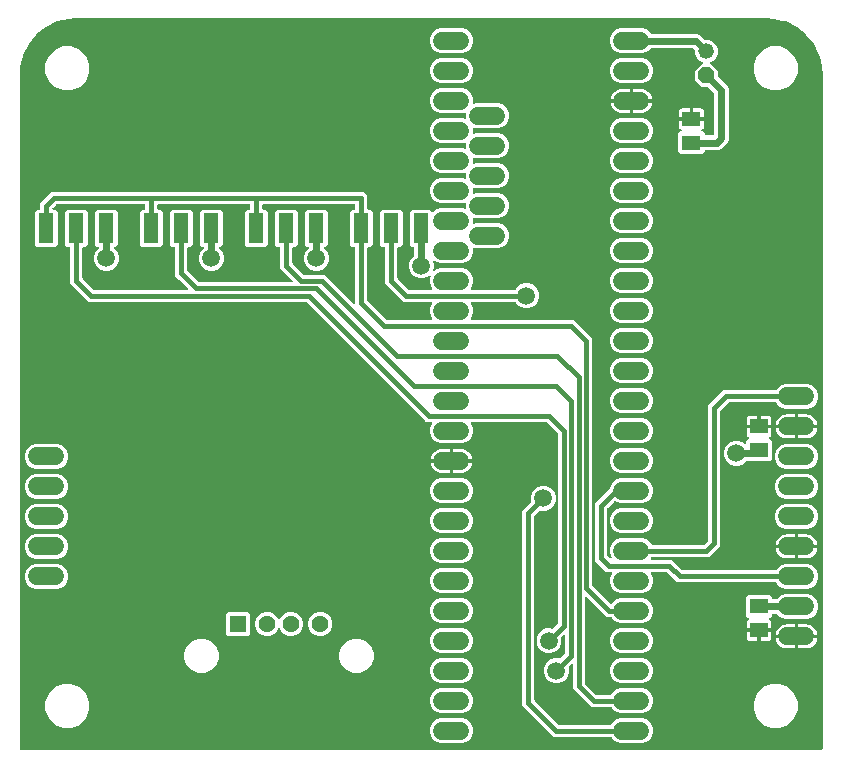
<source format=gbr>
G04 EAGLE Gerber RS-274X export*
G75*
%MOMM*%
%FSLAX34Y34*%
%LPD*%
%INTop Copper*%
%IPPOS*%
%AMOC8*
5,1,8,0,0,1.08239X$1,22.5*%
G01*
%ADD10P,1.429621X8X292.500000*%
%ADD11C,1.320800*%
%ADD12C,1.524000*%
%ADD13R,1.270000X2.540000*%
%ADD14R,1.600000X1.300000*%
%ADD15R,1.428000X1.428000*%
%ADD16C,1.428000*%
%ADD17C,0.609600*%
%ADD18C,1.500000*%
%ADD19C,0.406400*%

G36*
X681810Y3052D02*
X681810Y3052D01*
X681829Y3050D01*
X681931Y3072D01*
X682033Y3088D01*
X682050Y3098D01*
X682070Y3102D01*
X682159Y3155D01*
X682250Y3204D01*
X682264Y3218D01*
X682281Y3228D01*
X682348Y3307D01*
X682420Y3382D01*
X682428Y3400D01*
X682441Y3415D01*
X682480Y3511D01*
X682523Y3605D01*
X682525Y3625D01*
X682533Y3643D01*
X682551Y3810D01*
X682551Y575350D01*
X682549Y575366D01*
X682550Y575393D01*
X682260Y580564D01*
X682253Y580596D01*
X682242Y580691D01*
X679940Y590775D01*
X679940Y590776D01*
X679940Y590778D01*
X679884Y590936D01*
X675396Y600255D01*
X675395Y600256D01*
X675395Y600257D01*
X675305Y600399D01*
X668856Y608486D01*
X668855Y608487D01*
X668855Y608488D01*
X668736Y608606D01*
X660649Y615055D01*
X660648Y615056D01*
X660647Y615057D01*
X660505Y615146D01*
X651186Y619634D01*
X651184Y619634D01*
X651183Y619635D01*
X651025Y619690D01*
X647898Y620404D01*
X647897Y620404D01*
X644562Y621165D01*
X641227Y621926D01*
X640941Y621992D01*
X640909Y621994D01*
X640814Y622010D01*
X635643Y622300D01*
X635626Y622298D01*
X635600Y622301D01*
X50000Y622301D01*
X49984Y622299D01*
X49957Y622300D01*
X44786Y622010D01*
X44754Y622003D01*
X44659Y621992D01*
X34575Y619690D01*
X34574Y619690D01*
X34572Y619690D01*
X34414Y619634D01*
X25095Y615146D01*
X25094Y615145D01*
X25093Y615145D01*
X24951Y615055D01*
X16864Y608606D01*
X16863Y608605D01*
X16862Y608605D01*
X16744Y608486D01*
X10295Y600399D01*
X10294Y600398D01*
X10293Y600397D01*
X10204Y600255D01*
X5716Y590936D01*
X5716Y590934D01*
X5715Y590933D01*
X5660Y590775D01*
X3358Y580691D01*
X3356Y580659D01*
X3340Y580564D01*
X3050Y575393D01*
X3052Y575376D01*
X3049Y575350D01*
X3049Y3810D01*
X3052Y3790D01*
X3050Y3771D01*
X3072Y3669D01*
X3088Y3567D01*
X3098Y3550D01*
X3102Y3530D01*
X3155Y3441D01*
X3204Y3350D01*
X3218Y3336D01*
X3228Y3319D01*
X3307Y3252D01*
X3382Y3180D01*
X3400Y3172D01*
X3415Y3159D01*
X3511Y3120D01*
X3605Y3077D01*
X3625Y3075D01*
X3643Y3067D01*
X3810Y3049D01*
X681790Y3049D01*
X681810Y3052D01*
G37*
%LPC*%
G36*
X510958Y33781D02*
X510958Y33781D01*
X507037Y35405D01*
X504035Y38407D01*
X503831Y38899D01*
X503770Y38998D01*
X503710Y39099D01*
X503705Y39103D01*
X503702Y39108D01*
X503612Y39182D01*
X503523Y39259D01*
X503517Y39261D01*
X503512Y39265D01*
X503405Y39307D01*
X503295Y39351D01*
X503287Y39352D01*
X503283Y39353D01*
X503264Y39354D01*
X503128Y39369D01*
X486845Y39369D01*
X471169Y55045D01*
X471169Y74796D01*
X471158Y74867D01*
X471156Y74939D01*
X471138Y74988D01*
X471130Y75039D01*
X471096Y75102D01*
X471071Y75170D01*
X471039Y75210D01*
X471014Y75256D01*
X470962Y75306D01*
X470918Y75362D01*
X470874Y75390D01*
X470836Y75426D01*
X470771Y75456D01*
X470711Y75495D01*
X470660Y75507D01*
X470613Y75529D01*
X470542Y75537D01*
X470472Y75555D01*
X470420Y75551D01*
X470369Y75556D01*
X470298Y75541D01*
X470227Y75536D01*
X470179Y75515D01*
X470128Y75504D01*
X470067Y75467D01*
X470001Y75439D01*
X469945Y75395D01*
X469917Y75378D01*
X469902Y75360D01*
X469870Y75335D01*
X467738Y73203D01*
X467669Y73107D01*
X467600Y73014D01*
X467598Y73008D01*
X467594Y73003D01*
X467560Y72891D01*
X467524Y72780D01*
X467524Y72774D01*
X467522Y72768D01*
X467525Y72651D01*
X467526Y72534D01*
X467528Y72527D01*
X467528Y72522D01*
X467535Y72504D01*
X467573Y72373D01*
X467749Y71948D01*
X467749Y67752D01*
X466143Y63875D01*
X463175Y60907D01*
X459298Y59301D01*
X455102Y59301D01*
X451225Y60907D01*
X448257Y63875D01*
X446651Y67752D01*
X446651Y71948D01*
X448257Y75825D01*
X451225Y78793D01*
X455102Y80399D01*
X459298Y80399D01*
X459723Y80223D01*
X459837Y80196D01*
X459950Y80168D01*
X459956Y80168D01*
X459962Y80167D01*
X460079Y80178D01*
X460195Y80187D01*
X460201Y80189D01*
X460207Y80190D01*
X460314Y80237D01*
X460422Y80283D01*
X460427Y80288D01*
X460432Y80290D01*
X460446Y80302D01*
X460553Y80388D01*
X464596Y84432D01*
X464649Y84505D01*
X464709Y84575D01*
X464721Y84605D01*
X464740Y84631D01*
X464767Y84718D01*
X464801Y84803D01*
X464805Y84844D01*
X464812Y84866D01*
X464811Y84899D01*
X464819Y84970D01*
X464819Y100196D01*
X464808Y100267D01*
X464806Y100339D01*
X464788Y100388D01*
X464780Y100439D01*
X464746Y100502D01*
X464721Y100570D01*
X464689Y100610D01*
X464664Y100656D01*
X464612Y100706D01*
X464568Y100762D01*
X464524Y100790D01*
X464486Y100826D01*
X464421Y100856D01*
X464361Y100895D01*
X464310Y100907D01*
X464263Y100929D01*
X464192Y100937D01*
X464122Y100955D01*
X464070Y100951D01*
X464019Y100956D01*
X463948Y100941D01*
X463877Y100936D01*
X463829Y100915D01*
X463778Y100904D01*
X463717Y100867D01*
X463651Y100839D01*
X463595Y100795D01*
X463567Y100778D01*
X463552Y100760D01*
X463520Y100735D01*
X461388Y98603D01*
X461319Y98507D01*
X461250Y98414D01*
X461248Y98408D01*
X461244Y98403D01*
X461210Y98291D01*
X461174Y98180D01*
X461174Y98174D01*
X461172Y98168D01*
X461175Y98051D01*
X461176Y97934D01*
X461178Y97927D01*
X461178Y97922D01*
X461185Y97904D01*
X461223Y97773D01*
X461399Y97348D01*
X461399Y93152D01*
X459793Y89275D01*
X456825Y86307D01*
X452948Y84701D01*
X448752Y84701D01*
X444875Y86307D01*
X441907Y89275D01*
X440301Y93152D01*
X440301Y97348D01*
X441907Y101225D01*
X444875Y104193D01*
X448752Y105799D01*
X452948Y105799D01*
X453373Y105623D01*
X453487Y105596D01*
X453600Y105568D01*
X453606Y105568D01*
X453612Y105567D01*
X453729Y105578D01*
X453845Y105587D01*
X453851Y105589D01*
X453857Y105590D01*
X453964Y105637D01*
X454072Y105683D01*
X454077Y105688D01*
X454082Y105690D01*
X454096Y105702D01*
X454203Y105788D01*
X458246Y109832D01*
X458299Y109905D01*
X458359Y109975D01*
X458371Y110005D01*
X458390Y110031D01*
X458417Y110118D01*
X458451Y110203D01*
X458455Y110244D01*
X458462Y110266D01*
X458461Y110299D01*
X458469Y110370D01*
X458469Y270630D01*
X458455Y270720D01*
X458447Y270811D01*
X458435Y270841D01*
X458430Y270873D01*
X458387Y270954D01*
X458351Y271037D01*
X458325Y271070D01*
X458314Y271090D01*
X458291Y271112D01*
X458246Y271168D01*
X448968Y280446D01*
X448895Y280499D01*
X448825Y280559D01*
X448795Y280571D01*
X448769Y280590D01*
X448682Y280617D01*
X448597Y280651D01*
X448556Y280655D01*
X448534Y280662D01*
X448501Y280661D01*
X448430Y280669D01*
X385226Y280669D01*
X385156Y280658D01*
X385084Y280656D01*
X385035Y280638D01*
X384984Y280630D01*
X384920Y280596D01*
X384853Y280571D01*
X384812Y280539D01*
X384766Y280514D01*
X384717Y280463D01*
X384661Y280418D01*
X384633Y280374D01*
X384597Y280336D01*
X384567Y280271D01*
X384528Y280211D01*
X384515Y280160D01*
X384493Y280113D01*
X384485Y280042D01*
X384468Y279972D01*
X384472Y279920D01*
X384466Y279869D01*
X384481Y279798D01*
X384487Y279727D01*
X384507Y279679D01*
X384518Y279628D01*
X384555Y279567D01*
X384583Y279501D01*
X384628Y279445D01*
X384645Y279417D01*
X384662Y279402D01*
X384688Y279370D01*
X384965Y279093D01*
X386589Y275172D01*
X386589Y270928D01*
X384965Y267007D01*
X381963Y264005D01*
X378042Y262381D01*
X358558Y262381D01*
X354637Y264005D01*
X351635Y267007D01*
X350011Y270928D01*
X350011Y275172D01*
X351635Y279093D01*
X351912Y279370D01*
X351954Y279428D01*
X352003Y279480D01*
X352025Y279527D01*
X352055Y279569D01*
X352076Y279638D01*
X352107Y279703D01*
X352112Y279755D01*
X352128Y279805D01*
X352126Y279876D01*
X352134Y279947D01*
X352123Y279998D01*
X352121Y280050D01*
X352097Y280118D01*
X352082Y280188D01*
X352055Y280233D01*
X352037Y280281D01*
X351992Y280337D01*
X351955Y280399D01*
X351916Y280433D01*
X351883Y280473D01*
X351823Y280512D01*
X351768Y280559D01*
X351720Y280578D01*
X351676Y280606D01*
X351607Y280624D01*
X351540Y280651D01*
X351469Y280659D01*
X351438Y280667D01*
X351415Y280665D01*
X351374Y280669D01*
X347145Y280669D01*
X245768Y382046D01*
X245695Y382099D01*
X245625Y382159D01*
X245595Y382171D01*
X245569Y382190D01*
X245482Y382217D01*
X245397Y382251D01*
X245356Y382255D01*
X245334Y382262D01*
X245301Y382261D01*
X245230Y382269D01*
X61395Y382269D01*
X45719Y397945D01*
X45719Y427990D01*
X45716Y428010D01*
X45718Y428029D01*
X45696Y428131D01*
X45680Y428233D01*
X45670Y428250D01*
X45666Y428270D01*
X45613Y428359D01*
X45564Y428450D01*
X45550Y428464D01*
X45540Y428481D01*
X45461Y428548D01*
X45386Y428620D01*
X45368Y428628D01*
X45353Y428641D01*
X45257Y428680D01*
X45163Y428723D01*
X45143Y428725D01*
X45125Y428733D01*
X44958Y428751D01*
X43187Y428751D01*
X41401Y430537D01*
X41401Y458463D01*
X43187Y460249D01*
X58413Y460249D01*
X60199Y458463D01*
X60199Y430537D01*
X58413Y428751D01*
X56642Y428751D01*
X56622Y428748D01*
X56603Y428750D01*
X56501Y428728D01*
X56399Y428712D01*
X56382Y428702D01*
X56362Y428698D01*
X56273Y428645D01*
X56182Y428596D01*
X56168Y428582D01*
X56151Y428572D01*
X56084Y428493D01*
X56012Y428418D01*
X56004Y428400D01*
X55991Y428385D01*
X55952Y428289D01*
X55909Y428195D01*
X55907Y428175D01*
X55899Y428157D01*
X55881Y427990D01*
X55881Y402470D01*
X55895Y402380D01*
X55903Y402289D01*
X55915Y402259D01*
X55920Y402227D01*
X55963Y402146D01*
X55999Y402063D01*
X56025Y402030D01*
X56036Y402010D01*
X56059Y401988D01*
X56104Y401932D01*
X65382Y392654D01*
X65455Y392601D01*
X65525Y392541D01*
X65555Y392529D01*
X65581Y392510D01*
X65668Y392483D01*
X65753Y392449D01*
X65794Y392445D01*
X65816Y392438D01*
X65849Y392439D01*
X65920Y392431D01*
X144646Y392431D01*
X144717Y392442D01*
X144789Y392444D01*
X144838Y392462D01*
X144889Y392470D01*
X144952Y392504D01*
X145020Y392529D01*
X145060Y392561D01*
X145106Y392586D01*
X145156Y392637D01*
X145212Y392682D01*
X145240Y392726D01*
X145276Y392764D01*
X145306Y392829D01*
X145345Y392889D01*
X145357Y392940D01*
X145379Y392987D01*
X145387Y393058D01*
X145405Y393128D01*
X145401Y393180D01*
X145406Y393231D01*
X145391Y393302D01*
X145386Y393373D01*
X145365Y393421D01*
X145354Y393472D01*
X145317Y393533D01*
X145289Y393599D01*
X145245Y393655D01*
X145228Y393683D01*
X145210Y393698D01*
X145185Y393730D01*
X137818Y401096D01*
X134619Y404295D01*
X134619Y427990D01*
X134616Y428010D01*
X134618Y428029D01*
X134596Y428131D01*
X134580Y428233D01*
X134570Y428250D01*
X134566Y428270D01*
X134513Y428359D01*
X134464Y428450D01*
X134450Y428464D01*
X134440Y428481D01*
X134361Y428548D01*
X134286Y428620D01*
X134268Y428628D01*
X134253Y428641D01*
X134157Y428680D01*
X134063Y428723D01*
X134043Y428725D01*
X134025Y428733D01*
X133858Y428751D01*
X132087Y428751D01*
X130301Y430537D01*
X130301Y458463D01*
X132087Y460249D01*
X147313Y460249D01*
X149099Y458463D01*
X149099Y430537D01*
X147313Y428751D01*
X145542Y428751D01*
X145522Y428748D01*
X145503Y428750D01*
X145401Y428728D01*
X145299Y428712D01*
X145282Y428702D01*
X145262Y428698D01*
X145173Y428645D01*
X145082Y428596D01*
X145068Y428582D01*
X145051Y428572D01*
X144984Y428493D01*
X144912Y428418D01*
X144904Y428400D01*
X144891Y428385D01*
X144852Y428289D01*
X144809Y428195D01*
X144807Y428175D01*
X144799Y428157D01*
X144781Y427990D01*
X144781Y408820D01*
X144795Y408730D01*
X144803Y408639D01*
X144815Y408609D01*
X144820Y408577D01*
X144863Y408496D01*
X144899Y408412D01*
X144925Y408380D01*
X144936Y408360D01*
X144959Y408337D01*
X144983Y408307D01*
X144985Y408304D01*
X144987Y408302D01*
X145004Y408282D01*
X154282Y399004D01*
X154355Y398951D01*
X154425Y398891D01*
X154455Y398879D01*
X154481Y398860D01*
X154568Y398833D01*
X154653Y398799D01*
X154694Y398795D01*
X154716Y398788D01*
X154749Y398789D01*
X154820Y398781D01*
X233546Y398781D01*
X233617Y398792D01*
X233689Y398794D01*
X233738Y398812D01*
X233789Y398820D01*
X233852Y398854D01*
X233920Y398879D01*
X233960Y398911D01*
X234006Y398936D01*
X234056Y398988D01*
X234112Y399032D01*
X234140Y399076D01*
X234176Y399114D01*
X234206Y399179D01*
X234245Y399239D01*
X234257Y399290D01*
X234279Y399337D01*
X234287Y399408D01*
X234305Y399478D01*
X234301Y399530D01*
X234306Y399581D01*
X234291Y399652D01*
X234286Y399723D01*
X234265Y399771D01*
X234254Y399822D01*
X234217Y399883D01*
X234189Y399949D01*
X234145Y400005D01*
X234128Y400033D01*
X234110Y400048D01*
X234085Y400080D01*
X223519Y410645D01*
X223519Y427990D01*
X223516Y428010D01*
X223518Y428029D01*
X223496Y428131D01*
X223480Y428233D01*
X223470Y428250D01*
X223466Y428270D01*
X223413Y428359D01*
X223364Y428450D01*
X223350Y428464D01*
X223340Y428481D01*
X223261Y428548D01*
X223186Y428620D01*
X223168Y428628D01*
X223153Y428641D01*
X223057Y428680D01*
X222963Y428723D01*
X222943Y428725D01*
X222925Y428733D01*
X222758Y428751D01*
X220987Y428751D01*
X219201Y430537D01*
X219201Y458463D01*
X220987Y460249D01*
X236213Y460249D01*
X237999Y458463D01*
X237999Y430537D01*
X236213Y428751D01*
X234442Y428751D01*
X234422Y428748D01*
X234403Y428750D01*
X234301Y428728D01*
X234199Y428712D01*
X234182Y428702D01*
X234162Y428698D01*
X234073Y428645D01*
X233982Y428596D01*
X233968Y428582D01*
X233951Y428572D01*
X233884Y428493D01*
X233812Y428418D01*
X233804Y428400D01*
X233791Y428385D01*
X233752Y428289D01*
X233709Y428195D01*
X233707Y428175D01*
X233699Y428157D01*
X233681Y427990D01*
X233681Y415170D01*
X233695Y415080D01*
X233703Y414989D01*
X233715Y414959D01*
X233720Y414927D01*
X233763Y414846D01*
X233799Y414763D01*
X233825Y414730D01*
X233836Y414710D01*
X233859Y414688D01*
X233904Y414632D01*
X243182Y405354D01*
X243255Y405301D01*
X243325Y405241D01*
X243355Y405229D01*
X243381Y405210D01*
X243468Y405183D01*
X243553Y405149D01*
X243594Y405145D01*
X243616Y405138D01*
X243649Y405139D01*
X243720Y405131D01*
X260902Y405131D01*
X285720Y380313D01*
X285778Y380271D01*
X285830Y380222D01*
X285877Y380200D01*
X285919Y380169D01*
X285988Y380148D01*
X286053Y380118D01*
X286105Y380112D01*
X286155Y380097D01*
X286226Y380099D01*
X286297Y380091D01*
X286348Y380102D01*
X286400Y380103D01*
X286468Y380128D01*
X286538Y380143D01*
X286583Y380170D01*
X286631Y380188D01*
X286687Y380233D01*
X286749Y380269D01*
X286783Y380309D01*
X286823Y380341D01*
X286862Y380402D01*
X286909Y380456D01*
X286928Y380505D01*
X286956Y380548D01*
X286974Y380618D01*
X287001Y380684D01*
X287009Y380756D01*
X287017Y380787D01*
X287015Y380810D01*
X287019Y380851D01*
X287019Y427990D01*
X287016Y428010D01*
X287018Y428029D01*
X286996Y428131D01*
X286980Y428233D01*
X286970Y428250D01*
X286966Y428270D01*
X286913Y428359D01*
X286864Y428450D01*
X286850Y428464D01*
X286840Y428481D01*
X286761Y428548D01*
X286686Y428620D01*
X286668Y428628D01*
X286653Y428641D01*
X286557Y428680D01*
X286463Y428723D01*
X286443Y428725D01*
X286425Y428733D01*
X286258Y428751D01*
X284487Y428751D01*
X282701Y430537D01*
X282701Y458463D01*
X284487Y460249D01*
X286258Y460249D01*
X286278Y460252D01*
X286297Y460250D01*
X286399Y460272D01*
X286501Y460288D01*
X286518Y460298D01*
X286538Y460302D01*
X286627Y460355D01*
X286718Y460404D01*
X286732Y460418D01*
X286749Y460428D01*
X286816Y460507D01*
X286888Y460582D01*
X286896Y460600D01*
X286909Y460615D01*
X286948Y460711D01*
X286991Y460805D01*
X286993Y460825D01*
X287001Y460843D01*
X287019Y461010D01*
X287019Y464058D01*
X287016Y464078D01*
X287018Y464097D01*
X286996Y464199D01*
X286980Y464301D01*
X286970Y464318D01*
X286966Y464338D01*
X286913Y464427D01*
X286864Y464518D01*
X286850Y464532D01*
X286840Y464549D01*
X286761Y464616D01*
X286686Y464688D01*
X286668Y464696D01*
X286653Y464709D01*
X286557Y464748D01*
X286463Y464791D01*
X286443Y464793D01*
X286425Y464801D01*
X286258Y464819D01*
X209042Y464819D01*
X209022Y464816D01*
X209003Y464818D01*
X208901Y464796D01*
X208799Y464780D01*
X208782Y464770D01*
X208762Y464766D01*
X208673Y464713D01*
X208582Y464664D01*
X208568Y464650D01*
X208551Y464640D01*
X208484Y464561D01*
X208412Y464486D01*
X208404Y464468D01*
X208391Y464453D01*
X208352Y464357D01*
X208309Y464263D01*
X208307Y464243D01*
X208299Y464225D01*
X208281Y464058D01*
X208281Y461010D01*
X208284Y460990D01*
X208282Y460971D01*
X208304Y460869D01*
X208320Y460767D01*
X208330Y460750D01*
X208334Y460730D01*
X208387Y460641D01*
X208436Y460550D01*
X208450Y460536D01*
X208460Y460519D01*
X208539Y460452D01*
X208614Y460380D01*
X208632Y460372D01*
X208647Y460359D01*
X208743Y460320D01*
X208837Y460277D01*
X208857Y460275D01*
X208875Y460267D01*
X209042Y460249D01*
X210813Y460249D01*
X212599Y458463D01*
X212599Y430537D01*
X210813Y428751D01*
X195587Y428751D01*
X193801Y430537D01*
X193801Y458463D01*
X195587Y460249D01*
X197358Y460249D01*
X197378Y460252D01*
X197397Y460250D01*
X197499Y460272D01*
X197601Y460288D01*
X197618Y460298D01*
X197638Y460302D01*
X197727Y460355D01*
X197818Y460404D01*
X197832Y460418D01*
X197849Y460428D01*
X197916Y460507D01*
X197988Y460582D01*
X197996Y460600D01*
X198009Y460615D01*
X198048Y460711D01*
X198091Y460805D01*
X198093Y460825D01*
X198101Y460843D01*
X198119Y461010D01*
X198119Y464058D01*
X198116Y464078D01*
X198118Y464097D01*
X198096Y464199D01*
X198080Y464301D01*
X198070Y464318D01*
X198066Y464338D01*
X198013Y464427D01*
X197964Y464518D01*
X197950Y464532D01*
X197940Y464549D01*
X197861Y464616D01*
X197786Y464688D01*
X197768Y464696D01*
X197753Y464709D01*
X197657Y464748D01*
X197563Y464791D01*
X197543Y464793D01*
X197525Y464801D01*
X197358Y464819D01*
X120142Y464819D01*
X120122Y464816D01*
X120103Y464818D01*
X120001Y464796D01*
X119899Y464780D01*
X119882Y464770D01*
X119862Y464766D01*
X119773Y464713D01*
X119682Y464664D01*
X119668Y464650D01*
X119651Y464640D01*
X119584Y464561D01*
X119512Y464486D01*
X119504Y464468D01*
X119491Y464453D01*
X119452Y464357D01*
X119409Y464263D01*
X119407Y464243D01*
X119399Y464225D01*
X119381Y464058D01*
X119381Y461010D01*
X119384Y460990D01*
X119382Y460971D01*
X119404Y460869D01*
X119420Y460767D01*
X119430Y460750D01*
X119434Y460730D01*
X119487Y460641D01*
X119536Y460550D01*
X119550Y460536D01*
X119560Y460519D01*
X119639Y460452D01*
X119714Y460380D01*
X119732Y460372D01*
X119747Y460359D01*
X119843Y460320D01*
X119937Y460277D01*
X119957Y460275D01*
X119975Y460267D01*
X120142Y460249D01*
X121913Y460249D01*
X123699Y458463D01*
X123699Y430537D01*
X121913Y428751D01*
X106687Y428751D01*
X104901Y430537D01*
X104901Y458463D01*
X106687Y460249D01*
X108458Y460249D01*
X108478Y460252D01*
X108497Y460250D01*
X108599Y460272D01*
X108701Y460288D01*
X108718Y460298D01*
X108738Y460302D01*
X108827Y460355D01*
X108918Y460404D01*
X108932Y460418D01*
X108949Y460428D01*
X109016Y460507D01*
X109088Y460582D01*
X109096Y460600D01*
X109109Y460615D01*
X109148Y460711D01*
X109191Y460805D01*
X109193Y460825D01*
X109201Y460843D01*
X109219Y461010D01*
X109219Y464058D01*
X109216Y464078D01*
X109218Y464097D01*
X109196Y464199D01*
X109180Y464301D01*
X109170Y464318D01*
X109166Y464338D01*
X109113Y464427D01*
X109064Y464518D01*
X109050Y464532D01*
X109040Y464549D01*
X108961Y464616D01*
X108886Y464688D01*
X108868Y464696D01*
X108853Y464709D01*
X108757Y464748D01*
X108663Y464791D01*
X108643Y464793D01*
X108625Y464801D01*
X108458Y464819D01*
X34170Y464819D01*
X34080Y464805D01*
X33989Y464797D01*
X33959Y464785D01*
X33927Y464780D01*
X33846Y464737D01*
X33763Y464701D01*
X33730Y464675D01*
X33710Y464664D01*
X33688Y464641D01*
X33632Y464596D01*
X30704Y461668D01*
X30651Y461595D01*
X30591Y461525D01*
X30579Y461495D01*
X30560Y461469D01*
X30533Y461382D01*
X30499Y461297D01*
X30495Y461256D01*
X30488Y461234D01*
X30489Y461201D01*
X30481Y461130D01*
X30481Y461010D01*
X30484Y460990D01*
X30482Y460971D01*
X30504Y460869D01*
X30520Y460767D01*
X30530Y460750D01*
X30534Y460730D01*
X30587Y460641D01*
X30636Y460550D01*
X30650Y460536D01*
X30660Y460519D01*
X30739Y460452D01*
X30814Y460380D01*
X30832Y460372D01*
X30847Y460359D01*
X30943Y460320D01*
X31037Y460277D01*
X31057Y460275D01*
X31075Y460267D01*
X31242Y460249D01*
X33013Y460249D01*
X34799Y458463D01*
X34799Y430537D01*
X33013Y428751D01*
X17787Y428751D01*
X16001Y430537D01*
X16001Y458463D01*
X17787Y460249D01*
X19558Y460249D01*
X19578Y460252D01*
X19597Y460250D01*
X19699Y460272D01*
X19801Y460288D01*
X19818Y460298D01*
X19838Y460302D01*
X19927Y460355D01*
X20018Y460404D01*
X20032Y460418D01*
X20049Y460428D01*
X20116Y460507D01*
X20188Y460582D01*
X20196Y460600D01*
X20209Y460615D01*
X20248Y460711D01*
X20291Y460805D01*
X20293Y460825D01*
X20301Y460843D01*
X20319Y461010D01*
X20319Y465655D01*
X29645Y474981D01*
X294205Y474981D01*
X297181Y472005D01*
X297181Y461010D01*
X297184Y460990D01*
X297182Y460971D01*
X297204Y460869D01*
X297220Y460767D01*
X297230Y460750D01*
X297234Y460730D01*
X297287Y460641D01*
X297336Y460550D01*
X297350Y460536D01*
X297360Y460519D01*
X297439Y460452D01*
X297514Y460380D01*
X297532Y460372D01*
X297547Y460359D01*
X297643Y460320D01*
X297737Y460277D01*
X297757Y460275D01*
X297775Y460267D01*
X297942Y460249D01*
X299713Y460249D01*
X301499Y458463D01*
X301499Y430537D01*
X299713Y428751D01*
X297942Y428751D01*
X297922Y428748D01*
X297903Y428750D01*
X297801Y428728D01*
X297699Y428712D01*
X297682Y428702D01*
X297662Y428698D01*
X297573Y428645D01*
X297482Y428596D01*
X297468Y428582D01*
X297451Y428572D01*
X297384Y428493D01*
X297312Y428418D01*
X297304Y428400D01*
X297291Y428385D01*
X297252Y428289D01*
X297209Y428195D01*
X297207Y428175D01*
X297199Y428157D01*
X297181Y427990D01*
X297181Y383420D01*
X297195Y383330D01*
X297203Y383239D01*
X297215Y383209D01*
X297220Y383177D01*
X297263Y383096D01*
X297299Y383013D01*
X297325Y382980D01*
X297336Y382960D01*
X297359Y382938D01*
X297404Y382882D01*
X313032Y367254D01*
X313105Y367201D01*
X313175Y367141D01*
X313205Y367129D01*
X313231Y367110D01*
X313318Y367083D01*
X313403Y367049D01*
X313444Y367045D01*
X313466Y367038D01*
X313499Y367039D01*
X313570Y367031D01*
X351374Y367031D01*
X351444Y367042D01*
X351516Y367044D01*
X351565Y367062D01*
X351616Y367070D01*
X351680Y367104D01*
X351747Y367129D01*
X351788Y367161D01*
X351834Y367186D01*
X351883Y367237D01*
X351939Y367282D01*
X351967Y367326D01*
X352003Y367364D01*
X352033Y367429D01*
X352072Y367489D01*
X352085Y367540D01*
X352107Y367587D01*
X352115Y367658D01*
X352132Y367728D01*
X352128Y367780D01*
X352134Y367831D01*
X352119Y367902D01*
X352113Y367973D01*
X352093Y368021D01*
X352082Y368072D01*
X352045Y368133D01*
X352017Y368199D01*
X351972Y368255D01*
X351955Y368283D01*
X351938Y368298D01*
X351912Y368330D01*
X351635Y368607D01*
X350011Y372528D01*
X350011Y376772D01*
X351635Y380693D01*
X351912Y380970D01*
X351954Y381028D01*
X352003Y381080D01*
X352025Y381127D01*
X352055Y381169D01*
X352076Y381238D01*
X352107Y381303D01*
X352112Y381355D01*
X352128Y381405D01*
X352126Y381476D01*
X352134Y381547D01*
X352123Y381598D01*
X352121Y381650D01*
X352097Y381718D01*
X352082Y381788D01*
X352055Y381833D01*
X352037Y381881D01*
X351992Y381937D01*
X351955Y381999D01*
X351916Y382033D01*
X351883Y382073D01*
X351823Y382112D01*
X351768Y382159D01*
X351720Y382178D01*
X351676Y382206D01*
X351607Y382224D01*
X351540Y382251D01*
X351469Y382259D01*
X351438Y382267D01*
X351415Y382265D01*
X351374Y382269D01*
X328095Y382269D01*
X312419Y397945D01*
X312419Y427990D01*
X312416Y428010D01*
X312418Y428029D01*
X312396Y428131D01*
X312380Y428233D01*
X312370Y428250D01*
X312366Y428270D01*
X312313Y428359D01*
X312264Y428450D01*
X312250Y428464D01*
X312240Y428481D01*
X312161Y428548D01*
X312086Y428620D01*
X312068Y428628D01*
X312053Y428641D01*
X311957Y428680D01*
X311863Y428723D01*
X311843Y428725D01*
X311825Y428733D01*
X311658Y428751D01*
X309887Y428751D01*
X308101Y430537D01*
X308101Y458463D01*
X309887Y460249D01*
X325113Y460249D01*
X326899Y458463D01*
X326899Y430537D01*
X325113Y428751D01*
X323342Y428751D01*
X323322Y428748D01*
X323303Y428750D01*
X323201Y428728D01*
X323099Y428712D01*
X323082Y428702D01*
X323062Y428698D01*
X322973Y428645D01*
X322882Y428596D01*
X322868Y428582D01*
X322851Y428572D01*
X322784Y428493D01*
X322712Y428418D01*
X322704Y428400D01*
X322691Y428385D01*
X322652Y428289D01*
X322609Y428195D01*
X322607Y428175D01*
X322599Y428157D01*
X322581Y427990D01*
X322581Y402470D01*
X322595Y402380D01*
X322603Y402289D01*
X322615Y402259D01*
X322620Y402227D01*
X322663Y402146D01*
X322699Y402063D01*
X322725Y402030D01*
X322736Y402010D01*
X322759Y401988D01*
X322804Y401932D01*
X332082Y392654D01*
X332155Y392601D01*
X332225Y392541D01*
X332255Y392529D01*
X332281Y392510D01*
X332368Y392483D01*
X332453Y392449D01*
X332494Y392445D01*
X332516Y392438D01*
X332549Y392439D01*
X332620Y392431D01*
X351374Y392431D01*
X351444Y392442D01*
X351516Y392444D01*
X351565Y392462D01*
X351616Y392470D01*
X351680Y392504D01*
X351747Y392529D01*
X351788Y392561D01*
X351834Y392586D01*
X351883Y392637D01*
X351939Y392682D01*
X351967Y392726D01*
X352003Y392764D01*
X352033Y392829D01*
X352072Y392889D01*
X352085Y392940D01*
X352107Y392987D01*
X352115Y393058D01*
X352132Y393128D01*
X352128Y393180D01*
X352134Y393231D01*
X352119Y393302D01*
X352113Y393373D01*
X352093Y393421D01*
X352082Y393472D01*
X352045Y393533D01*
X352017Y393599D01*
X351972Y393655D01*
X351955Y393683D01*
X351938Y393698D01*
X351912Y393730D01*
X351635Y394007D01*
X350011Y397928D01*
X350011Y402172D01*
X350506Y403367D01*
X350528Y403462D01*
X350557Y403555D01*
X350556Y403581D01*
X350562Y403606D01*
X350553Y403703D01*
X350551Y403801D01*
X350542Y403825D01*
X350539Y403851D01*
X350500Y403940D01*
X350466Y404032D01*
X350450Y404052D01*
X350439Y404076D01*
X350373Y404148D01*
X350312Y404224D01*
X350291Y404238D01*
X350273Y404257D01*
X350187Y404304D01*
X350106Y404357D01*
X350080Y404363D01*
X350057Y404376D01*
X349961Y404393D01*
X349867Y404417D01*
X349841Y404415D01*
X349815Y404419D01*
X349719Y404405D01*
X349622Y404397D01*
X349598Y404387D01*
X349572Y404383D01*
X349485Y404339D01*
X349395Y404301D01*
X349370Y404281D01*
X349353Y404272D01*
X349329Y404248D01*
X349264Y404196D01*
X348875Y403807D01*
X344998Y402201D01*
X340802Y402201D01*
X336925Y403807D01*
X333957Y406775D01*
X332351Y410652D01*
X332351Y414848D01*
X333957Y418725D01*
X336580Y421348D01*
X336633Y421422D01*
X336693Y421492D01*
X336705Y421522D01*
X336724Y421548D01*
X336751Y421635D01*
X336785Y421720D01*
X336789Y421761D01*
X336796Y421783D01*
X336795Y421815D01*
X336803Y421887D01*
X336803Y427990D01*
X336800Y428010D01*
X336802Y428029D01*
X336780Y428131D01*
X336764Y428233D01*
X336754Y428250D01*
X336750Y428270D01*
X336697Y428359D01*
X336648Y428450D01*
X336634Y428464D01*
X336624Y428481D01*
X336545Y428548D01*
X336470Y428620D01*
X336452Y428628D01*
X336437Y428641D01*
X336341Y428680D01*
X336247Y428723D01*
X336227Y428725D01*
X336209Y428733D01*
X336042Y428751D01*
X335287Y428751D01*
X333501Y430537D01*
X333501Y458463D01*
X335287Y460249D01*
X350513Y460249D01*
X352214Y458548D01*
X352230Y458536D01*
X352242Y458521D01*
X352329Y458465D01*
X352413Y458404D01*
X352432Y458399D01*
X352449Y458388D01*
X352550Y458363D01*
X352648Y458332D01*
X352668Y458333D01*
X352688Y458328D01*
X352791Y458336D01*
X352894Y458338D01*
X352913Y458345D01*
X352933Y458347D01*
X353028Y458387D01*
X353125Y458423D01*
X353141Y458435D01*
X353159Y458443D01*
X353290Y458548D01*
X354637Y459895D01*
X358558Y461519D01*
X378042Y461519D01*
X379459Y460932D01*
X379503Y460921D01*
X379545Y460902D01*
X379622Y460894D01*
X379698Y460876D01*
X379744Y460880D01*
X379789Y460875D01*
X379866Y460892D01*
X379943Y460899D01*
X379985Y460918D01*
X380030Y460927D01*
X380097Y460967D01*
X380168Y460999D01*
X380202Y461030D01*
X380241Y461053D01*
X380292Y461113D01*
X380349Y461165D01*
X380371Y461206D01*
X380401Y461240D01*
X380430Y461313D01*
X380467Y461381D01*
X380476Y461426D01*
X380493Y461469D01*
X380508Y461604D01*
X380511Y461623D01*
X380510Y461628D01*
X380511Y461635D01*
X380511Y465465D01*
X380504Y465510D01*
X380506Y465556D01*
X380484Y465631D01*
X380472Y465707D01*
X380450Y465748D01*
X380437Y465792D01*
X380393Y465856D01*
X380356Y465925D01*
X380323Y465956D01*
X380297Y465994D01*
X380235Y466041D01*
X380178Y466094D01*
X380136Y466114D01*
X380100Y466141D01*
X380026Y466165D01*
X379955Y466198D01*
X379909Y466203D01*
X379866Y466217D01*
X379788Y466216D01*
X379711Y466225D01*
X379666Y466215D01*
X379620Y466215D01*
X379488Y466177D01*
X379470Y466173D01*
X379466Y466170D01*
X379459Y466168D01*
X378042Y465581D01*
X358558Y465581D01*
X354637Y467205D01*
X351635Y470207D01*
X350011Y474128D01*
X350011Y478372D01*
X351635Y482293D01*
X354637Y485295D01*
X358558Y486919D01*
X378042Y486919D01*
X379459Y486332D01*
X379503Y486322D01*
X379545Y486302D01*
X379622Y486294D01*
X379698Y486276D01*
X379744Y486280D01*
X379789Y486275D01*
X379866Y486292D01*
X379943Y486299D01*
X379985Y486318D01*
X380030Y486327D01*
X380097Y486367D01*
X380168Y486399D01*
X380202Y486430D01*
X380241Y486454D01*
X380292Y486513D01*
X380349Y486565D01*
X380371Y486606D01*
X380401Y486640D01*
X380430Y486713D01*
X380467Y486781D01*
X380476Y486826D01*
X380493Y486869D01*
X380508Y487005D01*
X380511Y487023D01*
X380510Y487028D01*
X380511Y487035D01*
X380511Y490865D01*
X380504Y490910D01*
X380506Y490956D01*
X380484Y491031D01*
X380472Y491107D01*
X380450Y491148D01*
X380437Y491192D01*
X380393Y491256D01*
X380356Y491325D01*
X380323Y491356D01*
X380297Y491394D01*
X380234Y491441D01*
X380178Y491494D01*
X380136Y491514D01*
X380100Y491541D01*
X380026Y491565D01*
X379955Y491598D01*
X379909Y491603D01*
X379866Y491617D01*
X379788Y491616D01*
X379711Y491625D01*
X379666Y491615D01*
X379620Y491615D01*
X379488Y491577D01*
X379470Y491573D01*
X379466Y491570D01*
X379459Y491568D01*
X378042Y490981D01*
X358558Y490981D01*
X354637Y492605D01*
X351635Y495607D01*
X350011Y499528D01*
X350011Y503772D01*
X351635Y507693D01*
X354637Y510695D01*
X358558Y512319D01*
X378042Y512319D01*
X379459Y511732D01*
X379503Y511722D01*
X379545Y511702D01*
X379622Y511694D01*
X379698Y511676D01*
X379744Y511680D01*
X379789Y511675D01*
X379866Y511692D01*
X379943Y511699D01*
X379985Y511718D01*
X380030Y511727D01*
X380097Y511767D01*
X380168Y511799D01*
X380202Y511830D01*
X380241Y511854D01*
X380292Y511913D01*
X380349Y511965D01*
X380371Y512006D01*
X380401Y512040D01*
X380430Y512113D01*
X380467Y512181D01*
X380476Y512226D01*
X380493Y512269D01*
X380508Y512405D01*
X380511Y512423D01*
X380510Y512428D01*
X380511Y512435D01*
X380511Y516265D01*
X380504Y516310D01*
X380506Y516356D01*
X380484Y516431D01*
X380472Y516507D01*
X380450Y516548D01*
X380437Y516592D01*
X380393Y516656D01*
X380356Y516725D01*
X380323Y516756D01*
X380297Y516794D01*
X380234Y516841D01*
X380178Y516894D01*
X380136Y516914D01*
X380100Y516941D01*
X380026Y516965D01*
X379955Y516998D01*
X379909Y517003D01*
X379866Y517017D01*
X379788Y517016D01*
X379711Y517025D01*
X379666Y517015D01*
X379620Y517015D01*
X379488Y516977D01*
X379470Y516973D01*
X379466Y516970D01*
X379459Y516968D01*
X378042Y516381D01*
X358558Y516381D01*
X354637Y518005D01*
X351635Y521007D01*
X350011Y524928D01*
X350011Y529172D01*
X351635Y533093D01*
X354637Y536095D01*
X358558Y537719D01*
X378042Y537719D01*
X379459Y537132D01*
X379503Y537122D01*
X379545Y537102D01*
X379622Y537094D01*
X379698Y537076D01*
X379744Y537080D01*
X379789Y537075D01*
X379866Y537092D01*
X379943Y537099D01*
X379985Y537118D01*
X380030Y537127D01*
X380097Y537167D01*
X380168Y537199D01*
X380202Y537230D01*
X380241Y537254D01*
X380292Y537313D01*
X380349Y537365D01*
X380371Y537406D01*
X380401Y537440D01*
X380430Y537513D01*
X380467Y537581D01*
X380476Y537626D01*
X380493Y537669D01*
X380508Y537805D01*
X380511Y537823D01*
X380510Y537828D01*
X380511Y537835D01*
X380511Y541665D01*
X380504Y541710D01*
X380506Y541756D01*
X380484Y541831D01*
X380472Y541907D01*
X380450Y541948D01*
X380437Y541992D01*
X380393Y542056D01*
X380356Y542125D01*
X380323Y542156D01*
X380297Y542194D01*
X380234Y542241D01*
X380178Y542294D01*
X380136Y542314D01*
X380100Y542341D01*
X380026Y542365D01*
X379955Y542398D01*
X379909Y542403D01*
X379866Y542417D01*
X379788Y542416D01*
X379711Y542425D01*
X379666Y542415D01*
X379620Y542415D01*
X379488Y542377D01*
X379470Y542373D01*
X379466Y542370D01*
X379459Y542368D01*
X378042Y541781D01*
X358558Y541781D01*
X354637Y543405D01*
X351635Y546407D01*
X350011Y550328D01*
X350011Y554572D01*
X351635Y558493D01*
X354637Y561495D01*
X358558Y563119D01*
X378042Y563119D01*
X381963Y561495D01*
X384965Y558493D01*
X386589Y554572D01*
X386589Y550535D01*
X386596Y550490D01*
X386594Y550444D01*
X386616Y550369D01*
X386628Y550293D01*
X386650Y550252D01*
X386663Y550208D01*
X386707Y550144D01*
X386744Y550075D01*
X386777Y550044D01*
X386803Y550006D01*
X386866Y549959D01*
X386922Y549906D01*
X386964Y549886D01*
X387000Y549859D01*
X387074Y549835D01*
X387145Y549802D01*
X387191Y549797D01*
X387234Y549783D01*
X387312Y549784D01*
X387389Y549775D01*
X387434Y549785D01*
X387480Y549785D01*
X387612Y549823D01*
X387630Y549827D01*
X387634Y549830D01*
X387641Y549832D01*
X389058Y550419D01*
X408542Y550419D01*
X412463Y548795D01*
X415465Y545793D01*
X417089Y541872D01*
X417089Y537628D01*
X415465Y533707D01*
X412463Y530705D01*
X408542Y529081D01*
X389058Y529081D01*
X387641Y529668D01*
X387597Y529678D01*
X387555Y529698D01*
X387478Y529706D01*
X387402Y529724D01*
X387356Y529720D01*
X387311Y529725D01*
X387234Y529708D01*
X387157Y529701D01*
X387115Y529682D01*
X387070Y529673D01*
X387003Y529633D01*
X386932Y529601D01*
X386898Y529570D01*
X386859Y529546D01*
X386808Y529487D01*
X386751Y529435D01*
X386729Y529394D01*
X386699Y529360D01*
X386670Y529287D01*
X386633Y529219D01*
X386624Y529174D01*
X386607Y529131D01*
X386592Y528995D01*
X386589Y528977D01*
X386590Y528972D01*
X386589Y528965D01*
X386589Y525135D01*
X386596Y525090D01*
X386594Y525044D01*
X386616Y524969D01*
X386628Y524893D01*
X386650Y524852D01*
X386663Y524808D01*
X386707Y524744D01*
X386744Y524675D01*
X386777Y524644D01*
X386803Y524606D01*
X386866Y524559D01*
X386922Y524506D01*
X386964Y524486D01*
X387000Y524459D01*
X387074Y524435D01*
X387145Y524402D01*
X387191Y524397D01*
X387234Y524383D01*
X387312Y524384D01*
X387389Y524375D01*
X387434Y524385D01*
X387480Y524385D01*
X387612Y524423D01*
X387630Y524427D01*
X387634Y524430D01*
X387641Y524432D01*
X389058Y525019D01*
X408542Y525019D01*
X412463Y523395D01*
X415465Y520393D01*
X417089Y516472D01*
X417089Y512228D01*
X415465Y508307D01*
X412463Y505305D01*
X408542Y503681D01*
X389058Y503681D01*
X387641Y504268D01*
X387597Y504278D01*
X387555Y504298D01*
X387478Y504306D01*
X387402Y504324D01*
X387356Y504320D01*
X387311Y504325D01*
X387234Y504308D01*
X387157Y504301D01*
X387115Y504282D01*
X387070Y504273D01*
X387003Y504233D01*
X386932Y504201D01*
X386898Y504170D01*
X386859Y504146D01*
X386808Y504087D01*
X386751Y504035D01*
X386729Y503994D01*
X386699Y503960D01*
X386670Y503887D01*
X386633Y503819D01*
X386624Y503774D01*
X386607Y503731D01*
X386592Y503595D01*
X386589Y503577D01*
X386590Y503572D01*
X386589Y503565D01*
X386589Y499735D01*
X386596Y499690D01*
X386594Y499644D01*
X386616Y499569D01*
X386628Y499493D01*
X386650Y499452D01*
X386663Y499408D01*
X386707Y499344D01*
X386744Y499275D01*
X386777Y499244D01*
X386803Y499206D01*
X386866Y499159D01*
X386922Y499106D01*
X386964Y499086D01*
X387000Y499059D01*
X387074Y499035D01*
X387145Y499002D01*
X387191Y498997D01*
X387234Y498983D01*
X387312Y498984D01*
X387389Y498975D01*
X387434Y498985D01*
X387480Y498985D01*
X387612Y499023D01*
X387630Y499027D01*
X387634Y499030D01*
X387641Y499032D01*
X389058Y499619D01*
X408542Y499619D01*
X412463Y497995D01*
X415465Y494993D01*
X417089Y491072D01*
X417089Y486828D01*
X415465Y482907D01*
X412463Y479905D01*
X408542Y478281D01*
X389058Y478281D01*
X387641Y478868D01*
X387597Y478878D01*
X387555Y478898D01*
X387478Y478906D01*
X387402Y478924D01*
X387356Y478920D01*
X387311Y478925D01*
X387234Y478908D01*
X387157Y478901D01*
X387115Y478882D01*
X387070Y478873D01*
X387003Y478833D01*
X386932Y478801D01*
X386898Y478770D01*
X386859Y478746D01*
X386808Y478687D01*
X386751Y478635D01*
X386729Y478594D01*
X386699Y478560D01*
X386670Y478487D01*
X386633Y478419D01*
X386624Y478374D01*
X386607Y478331D01*
X386592Y478195D01*
X386589Y478177D01*
X386590Y478172D01*
X386589Y478165D01*
X386589Y474335D01*
X386596Y474290D01*
X386594Y474244D01*
X386616Y474169D01*
X386628Y474093D01*
X386650Y474052D01*
X386663Y474008D01*
X386707Y473944D01*
X386744Y473875D01*
X386777Y473844D01*
X386803Y473806D01*
X386865Y473759D01*
X386922Y473706D01*
X386964Y473686D01*
X387000Y473659D01*
X387074Y473635D01*
X387145Y473602D01*
X387191Y473597D01*
X387234Y473583D01*
X387312Y473584D01*
X387389Y473575D01*
X387434Y473585D01*
X387480Y473585D01*
X387612Y473623D01*
X387630Y473627D01*
X387634Y473630D01*
X387641Y473632D01*
X389058Y474219D01*
X408542Y474219D01*
X412463Y472595D01*
X415465Y469593D01*
X417089Y465672D01*
X417089Y461428D01*
X415465Y457507D01*
X412463Y454505D01*
X408542Y452881D01*
X389058Y452881D01*
X387641Y453468D01*
X387597Y453479D01*
X387555Y453498D01*
X387478Y453506D01*
X387402Y453524D01*
X387356Y453520D01*
X387311Y453525D01*
X387234Y453508D01*
X387157Y453501D01*
X387115Y453482D01*
X387070Y453473D01*
X387003Y453433D01*
X386932Y453401D01*
X386898Y453370D01*
X386859Y453347D01*
X386808Y453287D01*
X386751Y453235D01*
X386729Y453194D01*
X386699Y453160D01*
X386670Y453087D01*
X386633Y453019D01*
X386624Y452974D01*
X386607Y452931D01*
X386592Y452796D01*
X386589Y452777D01*
X386590Y452772D01*
X386589Y452765D01*
X386589Y448935D01*
X386596Y448890D01*
X386594Y448844D01*
X386616Y448769D01*
X386628Y448693D01*
X386650Y448652D01*
X386663Y448608D01*
X386707Y448544D01*
X386744Y448475D01*
X386777Y448444D01*
X386803Y448406D01*
X386865Y448359D01*
X386922Y448306D01*
X386964Y448286D01*
X387000Y448259D01*
X387074Y448235D01*
X387145Y448202D01*
X387191Y448197D01*
X387234Y448183D01*
X387312Y448184D01*
X387389Y448175D01*
X387434Y448185D01*
X387480Y448185D01*
X387612Y448223D01*
X387630Y448227D01*
X387634Y448230D01*
X387641Y448232D01*
X389058Y448819D01*
X408542Y448819D01*
X412463Y447195D01*
X415465Y444193D01*
X417089Y440272D01*
X417089Y436028D01*
X415465Y432107D01*
X412463Y429105D01*
X408542Y427481D01*
X389058Y427481D01*
X387641Y428068D01*
X387597Y428079D01*
X387555Y428098D01*
X387478Y428106D01*
X387402Y428124D01*
X387356Y428120D01*
X387311Y428125D01*
X387234Y428108D01*
X387157Y428101D01*
X387115Y428082D01*
X387070Y428073D01*
X387003Y428033D01*
X386932Y428001D01*
X386898Y427970D01*
X386859Y427947D01*
X386808Y427887D01*
X386751Y427835D01*
X386729Y427794D01*
X386699Y427760D01*
X386670Y427687D01*
X386633Y427619D01*
X386624Y427574D01*
X386607Y427531D01*
X386592Y427396D01*
X386589Y427377D01*
X386590Y427372D01*
X386589Y427365D01*
X386589Y423328D01*
X384965Y419407D01*
X381963Y416405D01*
X378042Y414781D01*
X358558Y414781D01*
X354637Y416405D01*
X354214Y416828D01*
X354135Y416885D01*
X354060Y416947D01*
X354035Y416957D01*
X354014Y416972D01*
X353921Y417001D01*
X353830Y417035D01*
X353804Y417037D01*
X353779Y417044D01*
X353682Y417042D01*
X353584Y417046D01*
X353559Y417039D01*
X353533Y417038D01*
X353442Y417004D01*
X353348Y416977D01*
X353327Y416962D01*
X353302Y416953D01*
X353226Y416893D01*
X353146Y416837D01*
X353130Y416816D01*
X353110Y416800D01*
X353058Y416718D01*
X352999Y416640D01*
X352991Y416615D01*
X352977Y416593D01*
X352953Y416499D01*
X352923Y416406D01*
X352923Y416380D01*
X352917Y416354D01*
X352925Y416257D01*
X352925Y416160D01*
X352935Y416129D01*
X352936Y416109D01*
X352949Y416079D01*
X352972Y415999D01*
X353449Y414848D01*
X353449Y410652D01*
X352972Y409501D01*
X352950Y409406D01*
X352921Y409313D01*
X352922Y409287D01*
X352916Y409262D01*
X352925Y409165D01*
X352928Y409067D01*
X352937Y409043D01*
X352939Y409017D01*
X352979Y408928D01*
X353012Y408836D01*
X353028Y408816D01*
X353039Y408792D01*
X353105Y408720D01*
X353166Y408644D01*
X353188Y408630D01*
X353206Y408611D01*
X353291Y408564D01*
X353373Y408511D01*
X353398Y408505D01*
X353421Y408492D01*
X353517Y408475D01*
X353611Y408451D01*
X353637Y408453D01*
X353663Y408449D01*
X353760Y408463D01*
X353857Y408471D01*
X353881Y408481D01*
X353906Y408485D01*
X353993Y408529D01*
X354083Y408567D01*
X354108Y408587D01*
X354126Y408596D01*
X354149Y408620D01*
X354214Y408672D01*
X354637Y409095D01*
X358558Y410719D01*
X378042Y410719D01*
X381963Y409095D01*
X384965Y406093D01*
X386589Y402172D01*
X386589Y397928D01*
X384965Y394007D01*
X384688Y393730D01*
X384646Y393672D01*
X384597Y393620D01*
X384575Y393573D01*
X384545Y393531D01*
X384524Y393462D01*
X384493Y393397D01*
X384488Y393345D01*
X384472Y393295D01*
X384474Y393224D01*
X384466Y393153D01*
X384477Y393102D01*
X384479Y393050D01*
X384503Y392982D01*
X384518Y392912D01*
X384545Y392867D01*
X384563Y392819D01*
X384608Y392763D01*
X384645Y392701D01*
X384684Y392667D01*
X384717Y392627D01*
X384777Y392588D01*
X384832Y392541D01*
X384880Y392522D01*
X384924Y392494D01*
X384993Y392476D01*
X385060Y392449D01*
X385131Y392441D01*
X385162Y392433D01*
X385185Y392435D01*
X385226Y392431D01*
X421978Y392431D01*
X422093Y392450D01*
X422209Y392467D01*
X422215Y392469D01*
X422221Y392470D01*
X422323Y392525D01*
X422428Y392578D01*
X422433Y392583D01*
X422438Y392586D01*
X422518Y392670D01*
X422600Y392754D01*
X422604Y392760D01*
X422607Y392764D01*
X422615Y392781D01*
X422681Y392901D01*
X422857Y393325D01*
X425825Y396293D01*
X429702Y397899D01*
X433898Y397899D01*
X437775Y396293D01*
X440743Y393325D01*
X442349Y389448D01*
X442349Y385252D01*
X440743Y381375D01*
X437775Y378407D01*
X433898Y376801D01*
X429702Y376801D01*
X425825Y378407D01*
X422857Y381375D01*
X422681Y381799D01*
X422620Y381899D01*
X422560Y381999D01*
X422555Y382003D01*
X422552Y382008D01*
X422462Y382083D01*
X422373Y382159D01*
X422367Y382161D01*
X422362Y382165D01*
X422254Y382207D01*
X422145Y382251D01*
X422137Y382252D01*
X422133Y382253D01*
X422114Y382254D01*
X421978Y382269D01*
X385226Y382269D01*
X385156Y382258D01*
X385084Y382256D01*
X385035Y382238D01*
X384984Y382230D01*
X384920Y382196D01*
X384853Y382171D01*
X384812Y382139D01*
X384766Y382114D01*
X384717Y382063D01*
X384661Y382018D01*
X384633Y381974D01*
X384597Y381936D01*
X384567Y381871D01*
X384528Y381811D01*
X384515Y381760D01*
X384493Y381713D01*
X384485Y381642D01*
X384468Y381572D01*
X384472Y381520D01*
X384466Y381469D01*
X384481Y381398D01*
X384487Y381327D01*
X384507Y381279D01*
X384518Y381228D01*
X384555Y381167D01*
X384583Y381101D01*
X384628Y381045D01*
X384645Y381017D01*
X384662Y381002D01*
X384688Y380970D01*
X384965Y380693D01*
X386589Y376772D01*
X386589Y372528D01*
X384965Y368607D01*
X384688Y368330D01*
X384646Y368272D01*
X384597Y368220D01*
X384575Y368173D01*
X384545Y368131D01*
X384524Y368062D01*
X384493Y367997D01*
X384488Y367945D01*
X384472Y367895D01*
X384474Y367824D01*
X384466Y367753D01*
X384477Y367702D01*
X384479Y367650D01*
X384503Y367582D01*
X384518Y367512D01*
X384545Y367467D01*
X384563Y367419D01*
X384608Y367363D01*
X384645Y367301D01*
X384684Y367267D01*
X384717Y367227D01*
X384777Y367188D01*
X384832Y367141D01*
X384880Y367122D01*
X384924Y367094D01*
X384993Y367076D01*
X385060Y367049D01*
X385131Y367041D01*
X385162Y367033D01*
X385185Y367035D01*
X385226Y367031D01*
X472005Y367031D01*
X487681Y351355D01*
X487681Y142120D01*
X487695Y142030D01*
X487703Y141939D01*
X487715Y141909D01*
X487720Y141877D01*
X487763Y141796D01*
X487799Y141713D01*
X487825Y141680D01*
X487836Y141660D01*
X487859Y141638D01*
X487904Y141582D01*
X502875Y126610D01*
X502892Y126598D01*
X502904Y126583D01*
X502991Y126526D01*
X503075Y126466D01*
X503094Y126460D01*
X503111Y126450D01*
X503211Y126424D01*
X503310Y126394D01*
X503330Y126394D01*
X503349Y126390D01*
X503452Y126398D01*
X503556Y126400D01*
X503575Y126407D01*
X503595Y126409D01*
X503690Y126449D01*
X503787Y126485D01*
X503803Y126497D01*
X503821Y126505D01*
X503952Y126610D01*
X507037Y129695D01*
X510958Y131319D01*
X530442Y131319D01*
X534363Y129695D01*
X537365Y126693D01*
X538989Y122772D01*
X538989Y118528D01*
X537365Y114607D01*
X534363Y111605D01*
X530442Y109981D01*
X510958Y109981D01*
X507037Y111605D01*
X504035Y114607D01*
X503831Y115099D01*
X503770Y115198D01*
X503710Y115299D01*
X503705Y115303D01*
X503702Y115308D01*
X503612Y115382D01*
X503523Y115459D01*
X503517Y115461D01*
X503512Y115465D01*
X503405Y115507D01*
X503295Y115551D01*
X503287Y115552D01*
X503283Y115553D01*
X503264Y115554D01*
X503128Y115569D01*
X499545Y115569D01*
X496346Y118768D01*
X482630Y132485D01*
X482572Y132526D01*
X482520Y132576D01*
X482473Y132598D01*
X482431Y132628D01*
X482362Y132649D01*
X482297Y132679D01*
X482245Y132685D01*
X482195Y132700D01*
X482124Y132699D01*
X482053Y132706D01*
X482002Y132695D01*
X481950Y132694D01*
X481882Y132669D01*
X481812Y132654D01*
X481767Y132627D01*
X481719Y132610D01*
X481663Y132565D01*
X481601Y132528D01*
X481567Y132488D01*
X481527Y132456D01*
X481488Y132396D01*
X481441Y132341D01*
X481422Y132293D01*
X481394Y132249D01*
X481376Y132180D01*
X481349Y132113D01*
X481341Y132042D01*
X481333Y132010D01*
X481335Y131987D01*
X481331Y131946D01*
X481331Y59570D01*
X481345Y59480D01*
X481353Y59389D01*
X481365Y59359D01*
X481370Y59327D01*
X481413Y59246D01*
X481449Y59163D01*
X481475Y59130D01*
X481486Y59110D01*
X481509Y59088D01*
X481554Y59032D01*
X490832Y49754D01*
X490905Y49701D01*
X490975Y49641D01*
X491005Y49629D01*
X491031Y49610D01*
X491118Y49583D01*
X491203Y49549D01*
X491244Y49545D01*
X491266Y49538D01*
X491299Y49539D01*
X491370Y49531D01*
X503128Y49531D01*
X503243Y49549D01*
X503359Y49567D01*
X503365Y49569D01*
X503371Y49570D01*
X503474Y49625D01*
X503578Y49678D01*
X503583Y49683D01*
X503588Y49686D01*
X503669Y49770D01*
X503751Y49854D01*
X503754Y49860D01*
X503758Y49864D01*
X503766Y49881D01*
X503831Y50001D01*
X504035Y50493D01*
X507037Y53495D01*
X510958Y55119D01*
X530442Y55119D01*
X534363Y53495D01*
X537365Y50493D01*
X538989Y46572D01*
X538989Y42328D01*
X537365Y38407D01*
X534363Y35405D01*
X530442Y33781D01*
X510958Y33781D01*
G37*
%LPD*%
%LPC*%
G36*
X510958Y135381D02*
X510958Y135381D01*
X507037Y137005D01*
X504035Y140007D01*
X502411Y143928D01*
X502411Y148172D01*
X504035Y152093D01*
X504312Y152370D01*
X504354Y152428D01*
X504403Y152480D01*
X504425Y152527D01*
X504455Y152569D01*
X504476Y152638D01*
X504507Y152703D01*
X504512Y152755D01*
X504528Y152805D01*
X504526Y152876D01*
X504534Y152947D01*
X504523Y152998D01*
X504521Y153050D01*
X504497Y153118D01*
X504482Y153188D01*
X504455Y153233D01*
X504437Y153281D01*
X504392Y153337D01*
X504355Y153399D01*
X504316Y153433D01*
X504283Y153473D01*
X504223Y153512D01*
X504168Y153559D01*
X504120Y153578D01*
X504076Y153606D01*
X504007Y153624D01*
X503940Y153651D01*
X503869Y153659D01*
X503838Y153667D01*
X503815Y153665D01*
X503774Y153669D01*
X499545Y153669D01*
X490219Y162995D01*
X490219Y211655D01*
X502188Y223624D01*
X502241Y223697D01*
X502301Y223767D01*
X502313Y223797D01*
X502332Y223823D01*
X502359Y223910D01*
X502393Y223995D01*
X502397Y224036D01*
X502404Y224058D01*
X502403Y224091D01*
X502411Y224162D01*
X502411Y224372D01*
X504035Y228293D01*
X507037Y231295D01*
X510958Y232919D01*
X530442Y232919D01*
X534363Y231295D01*
X537365Y228293D01*
X538989Y224372D01*
X538989Y220128D01*
X537365Y216207D01*
X534363Y213205D01*
X530442Y211581D01*
X510958Y211581D01*
X506954Y213240D01*
X506928Y213258D01*
X506909Y213264D01*
X506891Y213275D01*
X506791Y213301D01*
X506693Y213331D01*
X506673Y213330D01*
X506653Y213335D01*
X506550Y213327D01*
X506447Y213325D01*
X506428Y213318D01*
X506408Y213316D01*
X506313Y213276D01*
X506216Y213241D01*
X506200Y213228D01*
X506181Y213220D01*
X506050Y213115D01*
X500604Y207668D01*
X500551Y207595D01*
X500491Y207525D01*
X500479Y207495D01*
X500460Y207469D01*
X500433Y207382D01*
X500399Y207297D01*
X500395Y207256D01*
X500388Y207234D01*
X500389Y207201D01*
X500381Y207130D01*
X500381Y167520D01*
X500395Y167430D01*
X500403Y167339D01*
X500415Y167309D01*
X500420Y167277D01*
X500463Y167196D01*
X500499Y167113D01*
X500525Y167080D01*
X500536Y167060D01*
X500559Y167038D01*
X500604Y166982D01*
X502642Y164943D01*
X502721Y164886D01*
X502796Y164824D01*
X502821Y164815D01*
X502842Y164799D01*
X502935Y164771D01*
X503026Y164736D01*
X503052Y164735D01*
X503077Y164727D01*
X503175Y164729D01*
X503272Y164725D01*
X503297Y164733D01*
X503323Y164733D01*
X503415Y164767D01*
X503508Y164794D01*
X503529Y164809D01*
X503554Y164818D01*
X503630Y164879D01*
X503710Y164934D01*
X503726Y164955D01*
X503746Y164971D01*
X503799Y165053D01*
X503857Y165132D01*
X503865Y165156D01*
X503879Y165178D01*
X503903Y165273D01*
X503933Y165365D01*
X503933Y165392D01*
X503939Y165417D01*
X503932Y165514D01*
X503931Y165611D01*
X503922Y165643D01*
X503920Y165662D01*
X503907Y165692D01*
X503884Y165772D01*
X502411Y169328D01*
X502411Y173572D01*
X504035Y177493D01*
X507037Y180495D01*
X510958Y182119D01*
X530442Y182119D01*
X534363Y180495D01*
X537365Y177493D01*
X537569Y177001D01*
X537630Y176902D01*
X537690Y176801D01*
X537695Y176797D01*
X537698Y176792D01*
X537788Y176718D01*
X537877Y176641D01*
X537883Y176639D01*
X537888Y176635D01*
X537995Y176593D01*
X538105Y176549D01*
X538113Y176548D01*
X538117Y176547D01*
X538136Y176546D01*
X538272Y176531D01*
X581780Y176531D01*
X581870Y176545D01*
X581961Y176553D01*
X581991Y176565D01*
X582023Y176570D01*
X582104Y176613D01*
X582187Y176649D01*
X582220Y176675D01*
X582240Y176686D01*
X582262Y176709D01*
X582318Y176754D01*
X585246Y179682D01*
X585299Y179755D01*
X585359Y179825D01*
X585371Y179855D01*
X585390Y179881D01*
X585417Y179968D01*
X585451Y180053D01*
X585455Y180094D01*
X585462Y180116D01*
X585461Y180149D01*
X585469Y180220D01*
X585469Y294205D01*
X598445Y307181D01*
X642828Y307181D01*
X642943Y307199D01*
X643059Y307217D01*
X643065Y307219D01*
X643071Y307220D01*
X643174Y307275D01*
X643278Y307328D01*
X643283Y307333D01*
X643288Y307336D01*
X643369Y307420D01*
X643451Y307504D01*
X643454Y307510D01*
X643458Y307514D01*
X643466Y307531D01*
X643531Y307651D01*
X643735Y308143D01*
X646737Y311145D01*
X650658Y312769D01*
X670142Y312769D01*
X674063Y311145D01*
X677065Y308143D01*
X678689Y304222D01*
X678689Y299978D01*
X677065Y296057D01*
X674063Y293055D01*
X670142Y291431D01*
X650658Y291431D01*
X646737Y293055D01*
X643735Y296057D01*
X643531Y296549D01*
X643470Y296648D01*
X643410Y296749D01*
X643405Y296753D01*
X643402Y296758D01*
X643312Y296832D01*
X643223Y296909D01*
X643217Y296911D01*
X643212Y296915D01*
X643105Y296956D01*
X642995Y297001D01*
X642987Y297002D01*
X642983Y297003D01*
X642964Y297004D01*
X642828Y297019D01*
X602970Y297019D01*
X602880Y297005D01*
X602789Y296997D01*
X602759Y296985D01*
X602727Y296980D01*
X602646Y296937D01*
X602563Y296901D01*
X602530Y296875D01*
X602510Y296864D01*
X602488Y296841D01*
X602432Y296796D01*
X595854Y290218D01*
X595801Y290145D01*
X595741Y290075D01*
X595729Y290045D01*
X595710Y290019D01*
X595683Y289932D01*
X595649Y289847D01*
X595645Y289806D01*
X595638Y289784D01*
X595639Y289751D01*
X595631Y289680D01*
X595631Y175695D01*
X586305Y166369D01*
X538272Y166369D01*
X538157Y166351D01*
X538041Y166333D01*
X538035Y166331D01*
X538029Y166330D01*
X537926Y166275D01*
X537822Y166222D01*
X537817Y166217D01*
X537812Y166214D01*
X537731Y166130D01*
X537649Y166046D01*
X537646Y166040D01*
X537642Y166036D01*
X537634Y166019D01*
X537569Y165899D01*
X537365Y165407D01*
X537088Y165130D01*
X537046Y165072D01*
X536997Y165020D01*
X536975Y164973D01*
X536945Y164931D01*
X536924Y164862D01*
X536893Y164797D01*
X536888Y164745D01*
X536872Y164695D01*
X536874Y164624D01*
X536866Y164553D01*
X536877Y164502D01*
X536879Y164450D01*
X536903Y164382D01*
X536918Y164312D01*
X536945Y164267D01*
X536963Y164219D01*
X537008Y164163D01*
X537045Y164101D01*
X537084Y164067D01*
X537117Y164027D01*
X537177Y163988D01*
X537232Y163941D01*
X537280Y163922D01*
X537324Y163894D01*
X537393Y163876D01*
X537460Y163849D01*
X537531Y163841D01*
X537562Y163833D01*
X537585Y163835D01*
X537626Y163831D01*
X554555Y163831D01*
X563382Y155004D01*
X563455Y154951D01*
X563525Y154891D01*
X563555Y154879D01*
X563581Y154860D01*
X563668Y154833D01*
X563753Y154799D01*
X563794Y154795D01*
X563816Y154788D01*
X563849Y154789D01*
X563920Y154781D01*
X642828Y154781D01*
X642943Y154799D01*
X643059Y154817D01*
X643065Y154819D01*
X643071Y154820D01*
X643174Y154875D01*
X643278Y154928D01*
X643283Y154933D01*
X643288Y154936D01*
X643369Y155020D01*
X643451Y155104D01*
X643454Y155110D01*
X643458Y155114D01*
X643466Y155131D01*
X643531Y155251D01*
X643735Y155743D01*
X646737Y158745D01*
X650658Y160369D01*
X670142Y160369D01*
X674063Y158745D01*
X677065Y155743D01*
X678689Y151822D01*
X678689Y147578D01*
X677065Y143657D01*
X674063Y140655D01*
X670142Y139031D01*
X650658Y139031D01*
X646737Y140655D01*
X643735Y143657D01*
X643531Y144149D01*
X643470Y144248D01*
X643410Y144349D01*
X643405Y144353D01*
X643402Y144358D01*
X643312Y144432D01*
X643223Y144509D01*
X643217Y144511D01*
X643212Y144515D01*
X643105Y144557D01*
X642995Y144601D01*
X642987Y144602D01*
X642983Y144603D01*
X642964Y144604D01*
X642828Y144619D01*
X559395Y144619D01*
X550568Y153446D01*
X550495Y153499D01*
X550425Y153559D01*
X550395Y153571D01*
X550369Y153590D01*
X550282Y153617D01*
X550197Y153651D01*
X550156Y153655D01*
X550134Y153662D01*
X550101Y153661D01*
X550030Y153669D01*
X537626Y153669D01*
X537556Y153658D01*
X537484Y153656D01*
X537435Y153638D01*
X537384Y153630D01*
X537320Y153596D01*
X537253Y153571D01*
X537212Y153539D01*
X537166Y153514D01*
X537117Y153463D01*
X537061Y153418D01*
X537033Y153374D01*
X536997Y153336D01*
X536967Y153271D01*
X536928Y153211D01*
X536915Y153160D01*
X536893Y153113D01*
X536885Y153042D01*
X536868Y152972D01*
X536872Y152920D01*
X536866Y152869D01*
X536881Y152798D01*
X536887Y152727D01*
X536907Y152679D01*
X536918Y152628D01*
X536955Y152567D01*
X536983Y152501D01*
X537028Y152445D01*
X537045Y152417D01*
X537062Y152402D01*
X537088Y152370D01*
X537365Y152093D01*
X538989Y148172D01*
X538989Y143928D01*
X537365Y140007D01*
X534363Y137005D01*
X530442Y135381D01*
X510958Y135381D01*
G37*
%LPD*%
%LPC*%
G36*
X510958Y8381D02*
X510958Y8381D01*
X507037Y10005D01*
X504035Y13007D01*
X503831Y13499D01*
X503770Y13598D01*
X503710Y13699D01*
X503705Y13703D01*
X503702Y13708D01*
X503612Y13782D01*
X503523Y13859D01*
X503517Y13861D01*
X503512Y13865D01*
X503405Y13907D01*
X503295Y13951D01*
X503287Y13952D01*
X503283Y13953D01*
X503264Y13954D01*
X503128Y13969D01*
X455095Y13969D01*
X428363Y40701D01*
X428363Y205305D01*
X435606Y212547D01*
X435674Y212642D01*
X435744Y212736D01*
X435746Y212742D01*
X435750Y212747D01*
X435784Y212859D01*
X435820Y212970D01*
X435820Y212976D01*
X435822Y212982D01*
X435819Y213099D01*
X435818Y213216D01*
X435816Y213223D01*
X435816Y213228D01*
X435809Y213246D01*
X435771Y213377D01*
X435595Y213802D01*
X435595Y217998D01*
X437201Y221875D01*
X440169Y224843D01*
X444046Y226449D01*
X448242Y226449D01*
X452119Y224843D01*
X455087Y221875D01*
X456693Y217998D01*
X456693Y213802D01*
X455087Y209925D01*
X452119Y206957D01*
X448242Y205351D01*
X444046Y205351D01*
X443621Y205527D01*
X443507Y205554D01*
X443394Y205582D01*
X443388Y205582D01*
X443382Y205583D01*
X443265Y205572D01*
X443149Y205563D01*
X443143Y205561D01*
X443137Y205560D01*
X443030Y205513D01*
X442922Y205467D01*
X442917Y205462D01*
X442912Y205460D01*
X442898Y205448D01*
X442791Y205362D01*
X438748Y201318D01*
X438695Y201245D01*
X438635Y201175D01*
X438623Y201145D01*
X438604Y201119D01*
X438577Y201032D01*
X438543Y200947D01*
X438539Y200906D01*
X438532Y200884D01*
X438533Y200851D01*
X438525Y200780D01*
X438525Y45226D01*
X438539Y45136D01*
X438547Y45045D01*
X438559Y45015D01*
X438564Y44983D01*
X438607Y44902D01*
X438643Y44819D01*
X438669Y44786D01*
X438680Y44766D01*
X438703Y44744D01*
X438748Y44688D01*
X459082Y24354D01*
X459155Y24301D01*
X459225Y24241D01*
X459255Y24229D01*
X459281Y24210D01*
X459368Y24183D01*
X459453Y24149D01*
X459494Y24145D01*
X459516Y24138D01*
X459549Y24139D01*
X459620Y24131D01*
X503128Y24131D01*
X503243Y24149D01*
X503359Y24167D01*
X503365Y24169D01*
X503371Y24170D01*
X503474Y24225D01*
X503578Y24278D01*
X503583Y24283D01*
X503588Y24286D01*
X503669Y24370D01*
X503751Y24454D01*
X503754Y24460D01*
X503758Y24464D01*
X503766Y24481D01*
X503831Y24601D01*
X504035Y25093D01*
X507037Y28095D01*
X510958Y29719D01*
X530442Y29719D01*
X534363Y28095D01*
X537365Y25093D01*
X538989Y21172D01*
X538989Y16928D01*
X537365Y13007D01*
X534363Y10005D01*
X530442Y8381D01*
X510958Y8381D01*
G37*
%LPD*%
%LPC*%
G36*
X562237Y507501D02*
X562237Y507501D01*
X560451Y509287D01*
X560451Y524813D01*
X562237Y526599D01*
X562647Y526599D01*
X562671Y526603D01*
X562695Y526600D01*
X562792Y526622D01*
X562890Y526638D01*
X562911Y526650D01*
X562935Y526655D01*
X563020Y526707D01*
X563108Y526754D01*
X563124Y526771D01*
X563145Y526784D01*
X563209Y526860D01*
X563277Y526932D01*
X563287Y526954D01*
X563303Y526972D01*
X563339Y527065D01*
X563381Y527155D01*
X563383Y527179D01*
X563392Y527201D01*
X563397Y527301D01*
X563408Y527399D01*
X563403Y527423D01*
X563404Y527447D01*
X563377Y527543D01*
X563355Y527640D01*
X563343Y527660D01*
X563336Y527684D01*
X563280Y527766D01*
X563229Y527851D01*
X563211Y527867D01*
X563197Y527886D01*
X563118Y527946D01*
X563042Y528011D01*
X563020Y528020D01*
X563001Y528034D01*
X562844Y528095D01*
X562519Y528182D01*
X561940Y528517D01*
X561467Y528990D01*
X561132Y529569D01*
X560959Y530216D01*
X560959Y535527D01*
X570738Y535527D01*
X570758Y535530D01*
X570777Y535528D01*
X570879Y535550D01*
X570981Y535567D01*
X570998Y535576D01*
X571018Y535580D01*
X571107Y535633D01*
X571198Y535682D01*
X571212Y535696D01*
X571229Y535706D01*
X571296Y535785D01*
X571367Y535860D01*
X571376Y535878D01*
X571389Y535893D01*
X571428Y535989D01*
X571471Y536083D01*
X571473Y536103D01*
X571481Y536121D01*
X571499Y536288D01*
X571499Y537051D01*
X571501Y537051D01*
X571501Y536288D01*
X571504Y536268D01*
X571502Y536249D01*
X571524Y536147D01*
X571541Y536045D01*
X571550Y536028D01*
X571554Y536008D01*
X571607Y535919D01*
X571656Y535828D01*
X571670Y535814D01*
X571680Y535797D01*
X571759Y535730D01*
X571834Y535659D01*
X571852Y535650D01*
X571867Y535637D01*
X571963Y535598D01*
X572057Y535555D01*
X572077Y535553D01*
X572095Y535545D01*
X572262Y535527D01*
X582041Y535527D01*
X582041Y530216D01*
X581868Y529569D01*
X581533Y528990D01*
X581060Y528517D01*
X580481Y528182D01*
X580156Y528095D01*
X580134Y528085D01*
X580110Y528081D01*
X580022Y528035D01*
X579931Y527994D01*
X579914Y527978D01*
X579892Y527966D01*
X579824Y527894D01*
X579751Y527827D01*
X579740Y527806D01*
X579723Y527788D01*
X579681Y527698D01*
X579634Y527611D01*
X579630Y527587D01*
X579619Y527565D01*
X579609Y527466D01*
X579591Y527368D01*
X579595Y527344D01*
X579592Y527321D01*
X579613Y527224D01*
X579628Y527125D01*
X579639Y527104D01*
X579645Y527080D01*
X579696Y526995D01*
X579741Y526906D01*
X579758Y526890D01*
X579771Y526869D01*
X579846Y526804D01*
X579918Y526735D01*
X579939Y526725D01*
X579958Y526709D01*
X580050Y526672D01*
X580140Y526629D01*
X580163Y526626D01*
X580186Y526617D01*
X580353Y526599D01*
X580763Y526599D01*
X582549Y524813D01*
X582549Y523908D01*
X582552Y523888D01*
X582550Y523869D01*
X582572Y523767D01*
X582588Y523665D01*
X582598Y523648D01*
X582602Y523628D01*
X582655Y523539D01*
X582704Y523448D01*
X582718Y523434D01*
X582728Y523417D01*
X582807Y523350D01*
X582882Y523278D01*
X582900Y523270D01*
X582915Y523257D01*
X583011Y523218D01*
X583105Y523175D01*
X583125Y523173D01*
X583143Y523165D01*
X583310Y523147D01*
X590042Y523147D01*
X590062Y523150D01*
X590081Y523148D01*
X590183Y523170D01*
X590285Y523186D01*
X590302Y523196D01*
X590322Y523200D01*
X590411Y523253D01*
X590502Y523302D01*
X590516Y523316D01*
X590533Y523326D01*
X590600Y523405D01*
X590672Y523480D01*
X590680Y523498D01*
X590693Y523513D01*
X590732Y523609D01*
X590775Y523703D01*
X590777Y523723D01*
X590785Y523741D01*
X590803Y523908D01*
X590803Y558499D01*
X590789Y558589D01*
X590781Y558680D01*
X590769Y558710D01*
X590764Y558742D01*
X590721Y558823D01*
X590685Y558907D01*
X590659Y558939D01*
X590648Y558959D01*
X590625Y558982D01*
X590580Y559038D01*
X585454Y564164D01*
X585380Y564217D01*
X585310Y564277D01*
X585280Y564289D01*
X585254Y564308D01*
X585167Y564335D01*
X585082Y564369D01*
X585041Y564373D01*
X585019Y564380D01*
X584987Y564379D01*
X584915Y564387D01*
X580202Y564387D01*
X574547Y570042D01*
X574547Y578038D01*
X580202Y583693D01*
X580902Y583693D01*
X580998Y583708D01*
X581095Y583718D01*
X581119Y583728D01*
X581145Y583732D01*
X581231Y583778D01*
X581320Y583818D01*
X581339Y583835D01*
X581362Y583848D01*
X581429Y583918D01*
X581501Y583984D01*
X581514Y584007D01*
X581532Y584026D01*
X581573Y584114D01*
X581620Y584200D01*
X581624Y584225D01*
X581635Y584249D01*
X581646Y584346D01*
X581663Y584442D01*
X581660Y584468D01*
X581662Y584493D01*
X581642Y584589D01*
X581628Y584685D01*
X581616Y584708D01*
X581610Y584734D01*
X581560Y584817D01*
X581516Y584904D01*
X581497Y584923D01*
X581484Y584945D01*
X581410Y585008D01*
X581341Y585076D01*
X581312Y585092D01*
X581297Y585105D01*
X581266Y585117D01*
X581194Y585157D01*
X578732Y586177D01*
X576017Y588892D01*
X574547Y592440D01*
X574547Y595075D01*
X574533Y595165D01*
X574525Y595256D01*
X574513Y595286D01*
X574508Y595318D01*
X574465Y595399D01*
X574429Y595483D01*
X574403Y595515D01*
X574392Y595535D01*
X574369Y595558D01*
X574324Y595614D01*
X573008Y596930D01*
X572934Y596983D01*
X572864Y597043D01*
X572834Y597055D01*
X572808Y597074D01*
X572721Y597101D01*
X572636Y597135D01*
X572595Y597139D01*
X572573Y597146D01*
X572541Y597145D01*
X572469Y597153D01*
X537626Y597153D01*
X537536Y597139D01*
X537445Y597131D01*
X537416Y597119D01*
X537384Y597114D01*
X537303Y597071D01*
X537219Y597035D01*
X537187Y597009D01*
X537166Y596998D01*
X537144Y596975D01*
X537088Y596930D01*
X534363Y594205D01*
X530442Y592581D01*
X510958Y592581D01*
X507037Y594205D01*
X504035Y597207D01*
X502411Y601128D01*
X502411Y605372D01*
X504035Y609293D01*
X507037Y612295D01*
X510958Y613919D01*
X530442Y613919D01*
X534363Y612295D01*
X537088Y609570D01*
X537162Y609517D01*
X537232Y609457D01*
X537262Y609445D01*
X537288Y609426D01*
X537375Y609399D01*
X537460Y609365D01*
X537501Y609361D01*
X537523Y609354D01*
X537555Y609355D01*
X537626Y609347D01*
X576523Y609347D01*
X578764Y608419D01*
X582946Y604236D01*
X583020Y604183D01*
X583090Y604123D01*
X583120Y604111D01*
X583146Y604092D01*
X583233Y604065D01*
X583318Y604031D01*
X583359Y604027D01*
X583381Y604020D01*
X583413Y604021D01*
X583485Y604013D01*
X586120Y604013D01*
X589668Y602543D01*
X592383Y599828D01*
X593853Y596280D01*
X593853Y592440D01*
X592383Y588892D01*
X589668Y586177D01*
X587206Y585157D01*
X587124Y585106D01*
X587038Y585060D01*
X587020Y585041D01*
X586997Y585028D01*
X586935Y584953D01*
X586868Y584882D01*
X586857Y584858D01*
X586841Y584838D01*
X586806Y584747D01*
X586765Y584659D01*
X586762Y584633D01*
X586752Y584609D01*
X586748Y584511D01*
X586738Y584415D01*
X586743Y584389D01*
X586742Y584363D01*
X586769Y584269D01*
X586790Y584174D01*
X586803Y584152D01*
X586811Y584127D01*
X586866Y584047D01*
X586916Y583963D01*
X586936Y583946D01*
X586951Y583925D01*
X587029Y583866D01*
X587103Y583803D01*
X587127Y583793D01*
X587148Y583778D01*
X587241Y583748D01*
X587331Y583711D01*
X587364Y583708D01*
X587382Y583702D01*
X587415Y583702D01*
X587498Y583693D01*
X588198Y583693D01*
X593853Y578038D01*
X593853Y573325D01*
X593867Y573235D01*
X593875Y573144D01*
X593887Y573114D01*
X593892Y573082D01*
X593935Y573001D01*
X593971Y572917D01*
X593997Y572885D01*
X594008Y572865D01*
X594031Y572842D01*
X594076Y572786D01*
X602069Y564794D01*
X602997Y562553D01*
X602997Y519487D01*
X602069Y517246D01*
X596704Y511881D01*
X594463Y510953D01*
X583310Y510953D01*
X583290Y510950D01*
X583271Y510952D01*
X583169Y510930D01*
X583067Y510914D01*
X583050Y510904D01*
X583030Y510900D01*
X582941Y510847D01*
X582850Y510798D01*
X582836Y510784D01*
X582819Y510774D01*
X582752Y510695D01*
X582680Y510620D01*
X582672Y510602D01*
X582659Y510587D01*
X582620Y510491D01*
X582577Y510397D01*
X582575Y510377D01*
X582567Y510359D01*
X582549Y510192D01*
X582549Y509287D01*
X580763Y507501D01*
X562237Y507501D01*
G37*
%LPD*%
%LPC*%
G36*
X628649Y104299D02*
X628649Y104299D01*
X628649Y105062D01*
X628646Y105079D01*
X628648Y105096D01*
X628648Y105098D01*
X628648Y105101D01*
X628626Y105203D01*
X628609Y105305D01*
X628600Y105322D01*
X628596Y105342D01*
X628543Y105431D01*
X628494Y105522D01*
X628480Y105536D01*
X628470Y105553D01*
X628391Y105620D01*
X628316Y105691D01*
X628298Y105700D01*
X628283Y105713D01*
X628187Y105752D01*
X628093Y105795D01*
X628073Y105797D01*
X628055Y105805D01*
X627888Y105823D01*
X618109Y105823D01*
X618109Y111134D01*
X618282Y111781D01*
X618617Y112360D01*
X619090Y112833D01*
X619669Y113168D01*
X619994Y113255D01*
X620016Y113265D01*
X620040Y113269D01*
X620128Y113315D01*
X620219Y113356D01*
X620236Y113372D01*
X620258Y113384D01*
X620326Y113455D01*
X620399Y113523D01*
X620410Y113544D01*
X620427Y113562D01*
X620469Y113652D01*
X620516Y113739D01*
X620520Y113763D01*
X620531Y113785D01*
X620542Y113884D01*
X620559Y113982D01*
X620555Y114006D01*
X620558Y114029D01*
X620537Y114126D01*
X620522Y114225D01*
X620511Y114246D01*
X620505Y114270D01*
X620455Y114355D01*
X620409Y114444D01*
X620392Y114460D01*
X620379Y114481D01*
X620304Y114546D01*
X620232Y114615D01*
X620211Y114625D01*
X620192Y114641D01*
X620100Y114678D01*
X620010Y114721D01*
X619987Y114724D01*
X619964Y114733D01*
X619797Y114751D01*
X619387Y114751D01*
X617601Y116537D01*
X617601Y132063D01*
X619387Y133849D01*
X637913Y133849D01*
X639699Y132063D01*
X639699Y131158D01*
X639702Y131138D01*
X639700Y131119D01*
X639722Y131017D01*
X639738Y130915D01*
X639748Y130898D01*
X639752Y130878D01*
X639805Y130789D01*
X639854Y130698D01*
X639868Y130684D01*
X639878Y130667D01*
X639957Y130600D01*
X640032Y130528D01*
X640050Y130520D01*
X640065Y130507D01*
X640161Y130468D01*
X640255Y130425D01*
X640275Y130423D01*
X640293Y130415D01*
X640460Y130397D01*
X643474Y130397D01*
X643564Y130411D01*
X643655Y130419D01*
X643684Y130431D01*
X643716Y130436D01*
X643797Y130479D01*
X643881Y130515D01*
X643913Y130541D01*
X643934Y130552D01*
X643956Y130575D01*
X644012Y130620D01*
X646737Y133345D01*
X650658Y134969D01*
X670142Y134969D01*
X674063Y133345D01*
X677065Y130343D01*
X678689Y126422D01*
X678689Y122178D01*
X677065Y118257D01*
X674063Y115255D01*
X670142Y113631D01*
X650658Y113631D01*
X646737Y115255D01*
X644012Y117980D01*
X643938Y118033D01*
X643868Y118093D01*
X643838Y118105D01*
X643812Y118124D01*
X643725Y118151D01*
X643640Y118185D01*
X643599Y118189D01*
X643577Y118196D01*
X643545Y118195D01*
X643474Y118203D01*
X640460Y118203D01*
X640440Y118200D01*
X640421Y118202D01*
X640319Y118180D01*
X640217Y118164D01*
X640200Y118154D01*
X640180Y118150D01*
X640091Y118097D01*
X640000Y118048D01*
X639986Y118034D01*
X639969Y118024D01*
X639902Y117945D01*
X639830Y117870D01*
X639822Y117852D01*
X639809Y117837D01*
X639770Y117741D01*
X639727Y117647D01*
X639725Y117627D01*
X639717Y117609D01*
X639699Y117442D01*
X639699Y116537D01*
X637913Y114751D01*
X637503Y114751D01*
X637479Y114747D01*
X637455Y114750D01*
X637358Y114728D01*
X637260Y114712D01*
X637239Y114700D01*
X637215Y114695D01*
X637130Y114643D01*
X637042Y114596D01*
X637026Y114579D01*
X637005Y114566D01*
X636941Y114490D01*
X636873Y114418D01*
X636863Y114396D01*
X636847Y114378D01*
X636811Y114285D01*
X636769Y114195D01*
X636767Y114171D01*
X636758Y114149D01*
X636753Y114049D01*
X636742Y113951D01*
X636747Y113927D01*
X636746Y113903D01*
X636773Y113808D01*
X636795Y113710D01*
X636807Y113689D01*
X636814Y113666D01*
X636870Y113585D01*
X636921Y113499D01*
X636939Y113483D01*
X636953Y113464D01*
X637032Y113404D01*
X637108Y113339D01*
X637130Y113330D01*
X637149Y113316D01*
X637306Y113255D01*
X637631Y113168D01*
X638210Y112833D01*
X638683Y112360D01*
X639018Y111781D01*
X639191Y111134D01*
X639191Y105823D01*
X629412Y105823D01*
X629392Y105820D01*
X629373Y105822D01*
X629271Y105800D01*
X629169Y105783D01*
X629152Y105774D01*
X629132Y105770D01*
X629043Y105717D01*
X628952Y105668D01*
X628938Y105654D01*
X628921Y105644D01*
X628854Y105565D01*
X628783Y105490D01*
X628774Y105472D01*
X628761Y105457D01*
X628722Y105361D01*
X628679Y105267D01*
X628677Y105247D01*
X628669Y105229D01*
X628651Y105062D01*
X628651Y104299D01*
X628649Y104299D01*
G37*
%LPD*%
%LPC*%
G36*
X639210Y561451D02*
X639210Y561451D01*
X632393Y564275D01*
X627175Y569493D01*
X624351Y576310D01*
X624351Y583690D01*
X627175Y590507D01*
X632393Y595725D01*
X639210Y598549D01*
X646590Y598549D01*
X653407Y595725D01*
X658625Y590507D01*
X661449Y583690D01*
X661449Y576310D01*
X658625Y569493D01*
X653407Y564275D01*
X646590Y561451D01*
X639210Y561451D01*
G37*
%LPD*%
%LPC*%
G36*
X39210Y561451D02*
X39210Y561451D01*
X32393Y564275D01*
X27175Y569493D01*
X24351Y576310D01*
X24351Y583690D01*
X27175Y590507D01*
X32393Y595725D01*
X39210Y598549D01*
X46590Y598549D01*
X53407Y595725D01*
X58625Y590507D01*
X61449Y583690D01*
X61449Y576310D01*
X58625Y569493D01*
X53407Y564275D01*
X46590Y561451D01*
X39210Y561451D01*
G37*
%LPD*%
%LPC*%
G36*
X39210Y21451D02*
X39210Y21451D01*
X32393Y24275D01*
X27175Y29493D01*
X24351Y36310D01*
X24351Y43690D01*
X27175Y50507D01*
X32393Y55725D01*
X39210Y58549D01*
X46590Y58549D01*
X53407Y55725D01*
X58625Y50507D01*
X61449Y43690D01*
X61449Y36310D01*
X58625Y29493D01*
X53407Y24275D01*
X46590Y21451D01*
X39210Y21451D01*
G37*
%LPD*%
%LPC*%
G36*
X639210Y21451D02*
X639210Y21451D01*
X632393Y24275D01*
X627175Y29493D01*
X624351Y36310D01*
X624351Y43690D01*
X627175Y50507D01*
X632393Y55725D01*
X639210Y58549D01*
X646590Y58549D01*
X653407Y55725D01*
X658625Y50507D01*
X661449Y43690D01*
X661449Y36310D01*
X658625Y29493D01*
X653407Y24275D01*
X646590Y21451D01*
X639210Y21451D01*
G37*
%LPD*%
%LPC*%
G36*
X163002Y408551D02*
X163002Y408551D01*
X159125Y410157D01*
X156157Y413125D01*
X154551Y417002D01*
X154551Y421198D01*
X156157Y425075D01*
X158534Y427452D01*
X158575Y427510D01*
X158625Y427562D01*
X158647Y427609D01*
X158677Y427651D01*
X158698Y427720D01*
X158728Y427785D01*
X158734Y427837D01*
X158749Y427887D01*
X158748Y427958D01*
X158756Y428029D01*
X158744Y428080D01*
X158743Y428132D01*
X158718Y428200D01*
X158703Y428270D01*
X158677Y428315D01*
X158659Y428363D01*
X158614Y428419D01*
X158577Y428481D01*
X158538Y428515D01*
X158505Y428555D01*
X158445Y428594D01*
X158390Y428641D01*
X158342Y428660D01*
X158298Y428688D01*
X158229Y428706D01*
X158162Y428733D01*
X158091Y428741D01*
X158060Y428749D01*
X158036Y428747D01*
X157995Y428751D01*
X157487Y428751D01*
X155701Y430537D01*
X155701Y458463D01*
X157487Y460249D01*
X172713Y460249D01*
X174499Y458463D01*
X174499Y430537D01*
X172713Y428751D01*
X172205Y428751D01*
X172134Y428740D01*
X172062Y428738D01*
X172013Y428720D01*
X171962Y428712D01*
X171899Y428678D01*
X171831Y428653D01*
X171791Y428621D01*
X171745Y428596D01*
X171695Y428544D01*
X171639Y428500D01*
X171611Y428456D01*
X171575Y428418D01*
X171545Y428353D01*
X171506Y428293D01*
X171494Y428242D01*
X171472Y428195D01*
X171464Y428124D01*
X171446Y428054D01*
X171450Y428002D01*
X171444Y427951D01*
X171460Y427880D01*
X171465Y427809D01*
X171486Y427761D01*
X171497Y427710D01*
X171534Y427649D01*
X171562Y427583D01*
X171606Y427527D01*
X171623Y427499D01*
X171641Y427484D01*
X171666Y427452D01*
X174043Y425075D01*
X175649Y421198D01*
X175649Y417002D01*
X174043Y413125D01*
X171075Y410157D01*
X167198Y408551D01*
X163002Y408551D01*
G37*
%LPD*%
%LPC*%
G36*
X251902Y408551D02*
X251902Y408551D01*
X248025Y410157D01*
X245057Y413125D01*
X243451Y417002D01*
X243451Y421198D01*
X245057Y425075D01*
X247434Y427452D01*
X247475Y427510D01*
X247525Y427562D01*
X247547Y427609D01*
X247577Y427651D01*
X247598Y427720D01*
X247628Y427785D01*
X247634Y427837D01*
X247649Y427887D01*
X247648Y427958D01*
X247656Y428029D01*
X247644Y428080D01*
X247643Y428132D01*
X247618Y428200D01*
X247603Y428270D01*
X247577Y428315D01*
X247559Y428363D01*
X247514Y428419D01*
X247477Y428481D01*
X247438Y428515D01*
X247405Y428555D01*
X247345Y428594D01*
X247290Y428641D01*
X247242Y428660D01*
X247198Y428688D01*
X247129Y428706D01*
X247062Y428733D01*
X246991Y428741D01*
X246960Y428749D01*
X246936Y428747D01*
X246895Y428751D01*
X246387Y428751D01*
X244601Y430537D01*
X244601Y458463D01*
X246387Y460249D01*
X261613Y460249D01*
X263399Y458463D01*
X263399Y430537D01*
X261613Y428751D01*
X261105Y428751D01*
X261034Y428740D01*
X260962Y428738D01*
X260913Y428720D01*
X260862Y428712D01*
X260799Y428678D01*
X260731Y428653D01*
X260691Y428621D01*
X260645Y428596D01*
X260595Y428544D01*
X260539Y428500D01*
X260511Y428456D01*
X260475Y428418D01*
X260445Y428353D01*
X260406Y428293D01*
X260394Y428242D01*
X260372Y428195D01*
X260364Y428124D01*
X260346Y428054D01*
X260350Y428002D01*
X260344Y427951D01*
X260360Y427880D01*
X260365Y427809D01*
X260386Y427761D01*
X260397Y427710D01*
X260434Y427649D01*
X260462Y427583D01*
X260506Y427527D01*
X260523Y427499D01*
X260541Y427484D01*
X260566Y427452D01*
X262943Y425075D01*
X264549Y421198D01*
X264549Y417002D01*
X262943Y413125D01*
X259975Y410157D01*
X256098Y408551D01*
X251902Y408551D01*
G37*
%LPD*%
%LPC*%
G36*
X74102Y408551D02*
X74102Y408551D01*
X70225Y410157D01*
X67257Y413125D01*
X65651Y417002D01*
X65651Y421198D01*
X67257Y425075D01*
X69634Y427452D01*
X69675Y427510D01*
X69725Y427562D01*
X69747Y427609D01*
X69777Y427651D01*
X69798Y427720D01*
X69828Y427785D01*
X69834Y427837D01*
X69849Y427887D01*
X69848Y427958D01*
X69856Y428029D01*
X69844Y428080D01*
X69843Y428132D01*
X69818Y428200D01*
X69803Y428270D01*
X69777Y428315D01*
X69759Y428363D01*
X69714Y428419D01*
X69677Y428481D01*
X69638Y428515D01*
X69605Y428555D01*
X69545Y428594D01*
X69490Y428641D01*
X69442Y428660D01*
X69398Y428688D01*
X69329Y428706D01*
X69262Y428733D01*
X69191Y428741D01*
X69160Y428749D01*
X69136Y428747D01*
X69095Y428751D01*
X68587Y428751D01*
X66801Y430537D01*
X66801Y458463D01*
X68587Y460249D01*
X83813Y460249D01*
X85599Y458463D01*
X85599Y430537D01*
X83813Y428751D01*
X83305Y428751D01*
X83234Y428740D01*
X83162Y428738D01*
X83113Y428720D01*
X83062Y428712D01*
X82999Y428678D01*
X82931Y428653D01*
X82891Y428621D01*
X82845Y428596D01*
X82795Y428544D01*
X82739Y428500D01*
X82711Y428456D01*
X82675Y428418D01*
X82645Y428353D01*
X82606Y428293D01*
X82594Y428242D01*
X82572Y428195D01*
X82564Y428124D01*
X82546Y428054D01*
X82550Y428002D01*
X82544Y427951D01*
X82560Y427880D01*
X82565Y427809D01*
X82586Y427761D01*
X82597Y427710D01*
X82634Y427649D01*
X82662Y427583D01*
X82706Y427527D01*
X82723Y427499D01*
X82741Y427484D01*
X82766Y427452D01*
X85143Y425075D01*
X86749Y421198D01*
X86749Y417002D01*
X85143Y413125D01*
X82175Y410157D01*
X78298Y408551D01*
X74102Y408551D01*
G37*
%LPD*%
%LPC*%
G36*
X607502Y243451D02*
X607502Y243451D01*
X603625Y245057D01*
X600657Y248025D01*
X599051Y251902D01*
X599051Y256098D01*
X600657Y259975D01*
X603625Y262943D01*
X607502Y264549D01*
X611698Y264549D01*
X615575Y262943D01*
X616302Y262216D01*
X616360Y262175D01*
X616412Y262125D01*
X616459Y262103D01*
X616501Y262073D01*
X616570Y262052D01*
X616635Y262022D01*
X616687Y262016D01*
X616737Y262001D01*
X616808Y262002D01*
X616879Y261994D01*
X616930Y262006D01*
X616982Y262007D01*
X617050Y262032D01*
X617120Y262047D01*
X617165Y262073D01*
X617213Y262091D01*
X617269Y262136D01*
X617331Y262173D01*
X617365Y262212D01*
X617405Y262245D01*
X617444Y262305D01*
X617491Y262360D01*
X617510Y262408D01*
X617538Y262452D01*
X617556Y262521D01*
X617583Y262588D01*
X617591Y262659D01*
X617599Y262690D01*
X617597Y262714D01*
X617601Y262755D01*
X617601Y264463D01*
X619387Y266249D01*
X619797Y266249D01*
X619821Y266253D01*
X619845Y266250D01*
X619942Y266272D01*
X620040Y266288D01*
X620061Y266300D01*
X620085Y266305D01*
X620170Y266357D01*
X620258Y266404D01*
X620274Y266421D01*
X620295Y266434D01*
X620359Y266510D01*
X620427Y266582D01*
X620437Y266604D01*
X620453Y266622D01*
X620489Y266715D01*
X620531Y266805D01*
X620533Y266829D01*
X620542Y266851D01*
X620547Y266951D01*
X620558Y267049D01*
X620553Y267073D01*
X620554Y267097D01*
X620527Y267192D01*
X620505Y267290D01*
X620493Y267311D01*
X620486Y267334D01*
X620430Y267415D01*
X620379Y267501D01*
X620361Y267517D01*
X620347Y267536D01*
X620268Y267596D01*
X620192Y267661D01*
X620170Y267670D01*
X620151Y267684D01*
X619994Y267745D01*
X619669Y267832D01*
X619090Y268167D01*
X618617Y268640D01*
X618282Y269219D01*
X618109Y269866D01*
X618109Y275177D01*
X627888Y275177D01*
X627908Y275180D01*
X627927Y275178D01*
X628029Y275200D01*
X628131Y275217D01*
X628148Y275226D01*
X628168Y275230D01*
X628257Y275283D01*
X628348Y275332D01*
X628362Y275346D01*
X628379Y275356D01*
X628446Y275435D01*
X628517Y275510D01*
X628526Y275528D01*
X628539Y275543D01*
X628578Y275639D01*
X628621Y275733D01*
X628623Y275753D01*
X628631Y275771D01*
X628649Y275938D01*
X628649Y276701D01*
X628651Y276701D01*
X628651Y275938D01*
X628654Y275918D01*
X628652Y275899D01*
X628674Y275797D01*
X628691Y275695D01*
X628700Y275678D01*
X628704Y275658D01*
X628757Y275569D01*
X628806Y275478D01*
X628820Y275464D01*
X628830Y275447D01*
X628909Y275380D01*
X628984Y275309D01*
X629002Y275300D01*
X629017Y275287D01*
X629113Y275248D01*
X629207Y275205D01*
X629227Y275203D01*
X629245Y275195D01*
X629412Y275177D01*
X639191Y275177D01*
X639191Y269866D01*
X639018Y269219D01*
X638683Y268640D01*
X638210Y268167D01*
X637631Y267832D01*
X637306Y267745D01*
X637284Y267735D01*
X637260Y267731D01*
X637172Y267685D01*
X637081Y267644D01*
X637064Y267628D01*
X637042Y267616D01*
X636974Y267545D01*
X636901Y267477D01*
X636890Y267456D01*
X636873Y267438D01*
X636831Y267348D01*
X636784Y267261D01*
X636780Y267237D01*
X636769Y267215D01*
X636758Y267116D01*
X636741Y267018D01*
X636745Y266994D01*
X636742Y266971D01*
X636763Y266874D01*
X636778Y266775D01*
X636789Y266754D01*
X636795Y266730D01*
X636845Y266645D01*
X636891Y266556D01*
X636908Y266540D01*
X636921Y266519D01*
X636996Y266454D01*
X637068Y266385D01*
X637089Y266375D01*
X637108Y266359D01*
X637200Y266322D01*
X637290Y266279D01*
X637313Y266276D01*
X637336Y266267D01*
X637503Y266249D01*
X637913Y266249D01*
X639699Y264463D01*
X639699Y248937D01*
X637913Y247151D01*
X619387Y247151D01*
X619067Y247472D01*
X619050Y247484D01*
X619038Y247499D01*
X618951Y247555D01*
X618867Y247615D01*
X618848Y247621D01*
X618831Y247632D01*
X618731Y247657D01*
X618632Y247688D01*
X618612Y247687D01*
X618593Y247692D01*
X618490Y247684D01*
X618386Y247681D01*
X618367Y247675D01*
X618347Y247673D01*
X618252Y247633D01*
X618155Y247597D01*
X618139Y247584D01*
X618121Y247577D01*
X617990Y247472D01*
X615575Y245057D01*
X611698Y243451D01*
X607502Y243451D01*
G37*
%LPD*%
%LPC*%
G36*
X358558Y592581D02*
X358558Y592581D01*
X354637Y594205D01*
X351635Y597207D01*
X350011Y601128D01*
X350011Y605372D01*
X351635Y609293D01*
X354637Y612295D01*
X358558Y613919D01*
X378042Y613919D01*
X381963Y612295D01*
X384965Y609293D01*
X386589Y605372D01*
X386589Y601128D01*
X384965Y597207D01*
X381963Y594205D01*
X378042Y592581D01*
X358558Y592581D01*
G37*
%LPD*%
%LPC*%
G36*
X510958Y567181D02*
X510958Y567181D01*
X507037Y568805D01*
X504035Y571807D01*
X502411Y575728D01*
X502411Y579972D01*
X504035Y583893D01*
X507037Y586895D01*
X510958Y588519D01*
X530442Y588519D01*
X534363Y586895D01*
X537365Y583893D01*
X538989Y579972D01*
X538989Y575728D01*
X537365Y571807D01*
X534363Y568805D01*
X530442Y567181D01*
X510958Y567181D01*
G37*
%LPD*%
%LPC*%
G36*
X358558Y567181D02*
X358558Y567181D01*
X354637Y568805D01*
X351635Y571807D01*
X350011Y575728D01*
X350011Y579972D01*
X351635Y583893D01*
X354637Y586895D01*
X358558Y588519D01*
X378042Y588519D01*
X381963Y586895D01*
X384965Y583893D01*
X386589Y579972D01*
X386589Y575728D01*
X384965Y571807D01*
X381963Y568805D01*
X378042Y567181D01*
X358558Y567181D01*
G37*
%LPD*%
%LPC*%
G36*
X15658Y164431D02*
X15658Y164431D01*
X11737Y166055D01*
X8735Y169057D01*
X7111Y172978D01*
X7111Y177222D01*
X8735Y181143D01*
X11737Y184145D01*
X15658Y185769D01*
X35142Y185769D01*
X39063Y184145D01*
X42065Y181143D01*
X43689Y177222D01*
X43689Y172978D01*
X42065Y169057D01*
X39063Y166055D01*
X35142Y164431D01*
X15658Y164431D01*
G37*
%LPD*%
%LPC*%
G36*
X358558Y160781D02*
X358558Y160781D01*
X354637Y162405D01*
X351635Y165407D01*
X350011Y169328D01*
X350011Y173572D01*
X351635Y177493D01*
X354637Y180495D01*
X358558Y182119D01*
X378042Y182119D01*
X381963Y180495D01*
X384965Y177493D01*
X386589Y173572D01*
X386589Y169328D01*
X384965Y165407D01*
X381963Y162405D01*
X378042Y160781D01*
X358558Y160781D01*
G37*
%LPD*%
%LPC*%
G36*
X15658Y139031D02*
X15658Y139031D01*
X11737Y140655D01*
X8735Y143657D01*
X7111Y147578D01*
X7111Y151822D01*
X8735Y155743D01*
X11737Y158745D01*
X15658Y160369D01*
X35142Y160369D01*
X39063Y158745D01*
X42065Y155743D01*
X43689Y151822D01*
X43689Y147578D01*
X42065Y143657D01*
X39063Y140655D01*
X35142Y139031D01*
X15658Y139031D01*
G37*
%LPD*%
%LPC*%
G36*
X358558Y135381D02*
X358558Y135381D01*
X354637Y137005D01*
X351635Y140007D01*
X350011Y143928D01*
X350011Y148172D01*
X351635Y152093D01*
X354637Y155095D01*
X358558Y156719D01*
X378042Y156719D01*
X381963Y155095D01*
X384965Y152093D01*
X386589Y148172D01*
X386589Y143928D01*
X384965Y140007D01*
X381963Y137005D01*
X378042Y135381D01*
X358558Y135381D01*
G37*
%LPD*%
%LPC*%
G36*
X358558Y109981D02*
X358558Y109981D01*
X354637Y111605D01*
X351635Y114607D01*
X350011Y118528D01*
X350011Y122772D01*
X351635Y126693D01*
X354637Y129695D01*
X358558Y131319D01*
X378042Y131319D01*
X381963Y129695D01*
X384965Y126693D01*
X386589Y122772D01*
X386589Y118528D01*
X384965Y114607D01*
X381963Y111605D01*
X378042Y109981D01*
X358558Y109981D01*
G37*
%LPD*%
%LPC*%
G36*
X358558Y84581D02*
X358558Y84581D01*
X354637Y86205D01*
X351635Y89207D01*
X350011Y93128D01*
X350011Y97372D01*
X351635Y101293D01*
X354637Y104295D01*
X358558Y105919D01*
X378042Y105919D01*
X381963Y104295D01*
X384965Y101293D01*
X386589Y97372D01*
X386589Y93128D01*
X384965Y89207D01*
X381963Y86205D01*
X378042Y84581D01*
X358558Y84581D01*
G37*
%LPD*%
%LPC*%
G36*
X510958Y516381D02*
X510958Y516381D01*
X507037Y518005D01*
X504035Y521007D01*
X502411Y524928D01*
X502411Y529172D01*
X504035Y533093D01*
X507037Y536095D01*
X510958Y537719D01*
X530442Y537719D01*
X534363Y536095D01*
X537365Y533093D01*
X538989Y529172D01*
X538989Y524928D01*
X537365Y521007D01*
X534363Y518005D01*
X530442Y516381D01*
X510958Y516381D01*
G37*
%LPD*%
%LPC*%
G36*
X510958Y490981D02*
X510958Y490981D01*
X507037Y492605D01*
X504035Y495607D01*
X502411Y499528D01*
X502411Y503772D01*
X504035Y507693D01*
X507037Y510695D01*
X510958Y512319D01*
X530442Y512319D01*
X534363Y510695D01*
X537365Y507693D01*
X538989Y503772D01*
X538989Y499528D01*
X537365Y495607D01*
X534363Y492605D01*
X530442Y490981D01*
X510958Y490981D01*
G37*
%LPD*%
%LPC*%
G36*
X510958Y465581D02*
X510958Y465581D01*
X507037Y467205D01*
X504035Y470207D01*
X502411Y474128D01*
X502411Y478372D01*
X504035Y482293D01*
X507037Y485295D01*
X510958Y486919D01*
X530442Y486919D01*
X534363Y485295D01*
X537365Y482293D01*
X538989Y478372D01*
X538989Y474128D01*
X537365Y470207D01*
X534363Y467205D01*
X530442Y465581D01*
X510958Y465581D01*
G37*
%LPD*%
%LPC*%
G36*
X510958Y440181D02*
X510958Y440181D01*
X507037Y441805D01*
X504035Y444807D01*
X502411Y448728D01*
X502411Y452972D01*
X504035Y456893D01*
X507037Y459895D01*
X510958Y461519D01*
X530442Y461519D01*
X534363Y459895D01*
X537365Y456893D01*
X538989Y452972D01*
X538989Y448728D01*
X537365Y444807D01*
X534363Y441805D01*
X530442Y440181D01*
X510958Y440181D01*
G37*
%LPD*%
%LPC*%
G36*
X510958Y84581D02*
X510958Y84581D01*
X507037Y86205D01*
X504035Y89207D01*
X502411Y93128D01*
X502411Y97372D01*
X504035Y101293D01*
X507037Y104295D01*
X510958Y105919D01*
X530442Y105919D01*
X534363Y104295D01*
X537365Y101293D01*
X538989Y97372D01*
X538989Y93128D01*
X537365Y89207D01*
X534363Y86205D01*
X530442Y84581D01*
X510958Y84581D01*
G37*
%LPD*%
%LPC*%
G36*
X510958Y414781D02*
X510958Y414781D01*
X507037Y416405D01*
X504035Y419407D01*
X502411Y423328D01*
X502411Y427572D01*
X504035Y431493D01*
X507037Y434495D01*
X510958Y436119D01*
X530442Y436119D01*
X534363Y434495D01*
X537365Y431493D01*
X538989Y427572D01*
X538989Y423328D01*
X537365Y419407D01*
X534363Y416405D01*
X530442Y414781D01*
X510958Y414781D01*
G37*
%LPD*%
%LPC*%
G36*
X510958Y389381D02*
X510958Y389381D01*
X507037Y391005D01*
X504035Y394007D01*
X502411Y397928D01*
X502411Y402172D01*
X504035Y406093D01*
X507037Y409095D01*
X510958Y410719D01*
X530442Y410719D01*
X534363Y409095D01*
X537365Y406093D01*
X538989Y402172D01*
X538989Y397928D01*
X537365Y394007D01*
X534363Y391005D01*
X530442Y389381D01*
X510958Y389381D01*
G37*
%LPD*%
%LPC*%
G36*
X510958Y363981D02*
X510958Y363981D01*
X507037Y365605D01*
X504035Y368607D01*
X502411Y372528D01*
X502411Y376772D01*
X504035Y380693D01*
X507037Y383695D01*
X510958Y385319D01*
X530442Y385319D01*
X534363Y383695D01*
X537365Y380693D01*
X538989Y376772D01*
X538989Y372528D01*
X537365Y368607D01*
X534363Y365605D01*
X530442Y363981D01*
X510958Y363981D01*
G37*
%LPD*%
%LPC*%
G36*
X510958Y338581D02*
X510958Y338581D01*
X507037Y340205D01*
X504035Y343207D01*
X502411Y347128D01*
X502411Y351372D01*
X504035Y355293D01*
X507037Y358295D01*
X510958Y359919D01*
X530442Y359919D01*
X534363Y358295D01*
X537365Y355293D01*
X538989Y351372D01*
X538989Y347128D01*
X537365Y343207D01*
X534363Y340205D01*
X530442Y338581D01*
X510958Y338581D01*
G37*
%LPD*%
%LPC*%
G36*
X510958Y313181D02*
X510958Y313181D01*
X507037Y314805D01*
X504035Y317807D01*
X502411Y321728D01*
X502411Y325972D01*
X504035Y329893D01*
X507037Y332895D01*
X510958Y334519D01*
X530442Y334519D01*
X534363Y332895D01*
X537365Y329893D01*
X538989Y325972D01*
X538989Y321728D01*
X537365Y317807D01*
X534363Y314805D01*
X530442Y313181D01*
X510958Y313181D01*
G37*
%LPD*%
%LPC*%
G36*
X510958Y287781D02*
X510958Y287781D01*
X507037Y289405D01*
X504035Y292407D01*
X502411Y296328D01*
X502411Y300572D01*
X504035Y304493D01*
X507037Y307495D01*
X510958Y309119D01*
X530442Y309119D01*
X534363Y307495D01*
X537365Y304493D01*
X538989Y300572D01*
X538989Y296328D01*
X537365Y292407D01*
X534363Y289405D01*
X530442Y287781D01*
X510958Y287781D01*
G37*
%LPD*%
%LPC*%
G36*
X510958Y59181D02*
X510958Y59181D01*
X507037Y60805D01*
X504035Y63807D01*
X502411Y67728D01*
X502411Y71972D01*
X504035Y75893D01*
X507037Y78895D01*
X510958Y80519D01*
X530442Y80519D01*
X534363Y78895D01*
X537365Y75893D01*
X538989Y71972D01*
X538989Y67728D01*
X537365Y63807D01*
X534363Y60805D01*
X530442Y59181D01*
X510958Y59181D01*
G37*
%LPD*%
%LPC*%
G36*
X358558Y59181D02*
X358558Y59181D01*
X354637Y60805D01*
X351635Y63807D01*
X350011Y67728D01*
X350011Y71972D01*
X351635Y75893D01*
X354637Y78895D01*
X358558Y80519D01*
X378042Y80519D01*
X381963Y78895D01*
X384965Y75893D01*
X386589Y71972D01*
X386589Y67728D01*
X384965Y63807D01*
X381963Y60805D01*
X378042Y59181D01*
X358558Y59181D01*
G37*
%LPD*%
%LPC*%
G36*
X358558Y33781D02*
X358558Y33781D01*
X354637Y35405D01*
X351635Y38407D01*
X350011Y42328D01*
X350011Y46572D01*
X351635Y50493D01*
X354637Y53495D01*
X358558Y55119D01*
X378042Y55119D01*
X381963Y53495D01*
X384965Y50493D01*
X386589Y46572D01*
X386589Y42328D01*
X384965Y38407D01*
X381963Y35405D01*
X378042Y33781D01*
X358558Y33781D01*
G37*
%LPD*%
%LPC*%
G36*
X510958Y186181D02*
X510958Y186181D01*
X507037Y187805D01*
X504035Y190807D01*
X502411Y194728D01*
X502411Y198972D01*
X504035Y202893D01*
X507037Y205895D01*
X510958Y207519D01*
X530442Y207519D01*
X534363Y205895D01*
X537365Y202893D01*
X538989Y198972D01*
X538989Y194728D01*
X537365Y190807D01*
X534363Y187805D01*
X530442Y186181D01*
X510958Y186181D01*
G37*
%LPD*%
%LPC*%
G36*
X510958Y262381D02*
X510958Y262381D01*
X507037Y264005D01*
X504035Y267007D01*
X502411Y270928D01*
X502411Y275172D01*
X504035Y279093D01*
X507037Y282095D01*
X510958Y283719D01*
X530442Y283719D01*
X534363Y282095D01*
X537365Y279093D01*
X538989Y275172D01*
X538989Y270928D01*
X537365Y267007D01*
X534363Y264005D01*
X530442Y262381D01*
X510958Y262381D01*
G37*
%LPD*%
%LPC*%
G36*
X15658Y240631D02*
X15658Y240631D01*
X11737Y242255D01*
X8735Y245257D01*
X7111Y249178D01*
X7111Y253422D01*
X8735Y257343D01*
X11737Y260345D01*
X15658Y261969D01*
X35142Y261969D01*
X39063Y260345D01*
X42065Y257343D01*
X43689Y253422D01*
X43689Y249178D01*
X42065Y245257D01*
X39063Y242255D01*
X35142Y240631D01*
X15658Y240631D01*
G37*
%LPD*%
%LPC*%
G36*
X650658Y240631D02*
X650658Y240631D01*
X646737Y242255D01*
X643735Y245257D01*
X642111Y249178D01*
X642111Y253422D01*
X643735Y257343D01*
X646737Y260345D01*
X650658Y261969D01*
X670142Y261969D01*
X674063Y260345D01*
X677065Y257343D01*
X678689Y253422D01*
X678689Y249178D01*
X677065Y245257D01*
X674063Y242255D01*
X670142Y240631D01*
X650658Y240631D01*
G37*
%LPD*%
%LPC*%
G36*
X510958Y236981D02*
X510958Y236981D01*
X507037Y238605D01*
X504035Y241607D01*
X502411Y245528D01*
X502411Y249772D01*
X504035Y253693D01*
X507037Y256695D01*
X510958Y258319D01*
X530442Y258319D01*
X534363Y256695D01*
X537365Y253693D01*
X538989Y249772D01*
X538989Y245528D01*
X537365Y241607D01*
X534363Y238605D01*
X530442Y236981D01*
X510958Y236981D01*
G37*
%LPD*%
%LPC*%
G36*
X358558Y8381D02*
X358558Y8381D01*
X354637Y10005D01*
X351635Y13007D01*
X350011Y16928D01*
X350011Y21172D01*
X351635Y25093D01*
X354637Y28095D01*
X358558Y29719D01*
X378042Y29719D01*
X381963Y28095D01*
X384965Y25093D01*
X386589Y21172D01*
X386589Y16928D01*
X384965Y13007D01*
X381963Y10005D01*
X378042Y8381D01*
X358558Y8381D01*
G37*
%LPD*%
%LPC*%
G36*
X650658Y215231D02*
X650658Y215231D01*
X646737Y216855D01*
X643735Y219857D01*
X642111Y223778D01*
X642111Y228022D01*
X643735Y231943D01*
X646737Y234945D01*
X650658Y236569D01*
X670142Y236569D01*
X674063Y234945D01*
X677065Y231943D01*
X678689Y228022D01*
X678689Y223778D01*
X677065Y219857D01*
X674063Y216855D01*
X670142Y215231D01*
X650658Y215231D01*
G37*
%LPD*%
%LPC*%
G36*
X15658Y215231D02*
X15658Y215231D01*
X11737Y216855D01*
X8735Y219857D01*
X7111Y223778D01*
X7111Y228022D01*
X8735Y231943D01*
X11737Y234945D01*
X15658Y236569D01*
X35142Y236569D01*
X39063Y234945D01*
X42065Y231943D01*
X43689Y228022D01*
X43689Y223778D01*
X42065Y219857D01*
X39063Y216855D01*
X35142Y215231D01*
X15658Y215231D01*
G37*
%LPD*%
%LPC*%
G36*
X358558Y211581D02*
X358558Y211581D01*
X354637Y213205D01*
X351635Y216207D01*
X350011Y220128D01*
X350011Y224372D01*
X351635Y228293D01*
X354637Y231295D01*
X358558Y232919D01*
X378042Y232919D01*
X381963Y231295D01*
X384965Y228293D01*
X386589Y224372D01*
X386589Y220128D01*
X384965Y216207D01*
X381963Y213205D01*
X378042Y211581D01*
X358558Y211581D01*
G37*
%LPD*%
%LPC*%
G36*
X650658Y189831D02*
X650658Y189831D01*
X646737Y191455D01*
X643735Y194457D01*
X642111Y198378D01*
X642111Y202622D01*
X643735Y206543D01*
X646737Y209545D01*
X650658Y211169D01*
X670142Y211169D01*
X674063Y209545D01*
X677065Y206543D01*
X678689Y202622D01*
X678689Y198378D01*
X677065Y194457D01*
X674063Y191455D01*
X670142Y189831D01*
X650658Y189831D01*
G37*
%LPD*%
%LPC*%
G36*
X15658Y189831D02*
X15658Y189831D01*
X11737Y191455D01*
X8735Y194457D01*
X7111Y198378D01*
X7111Y202622D01*
X8735Y206543D01*
X11737Y209545D01*
X15658Y211169D01*
X35142Y211169D01*
X39063Y209545D01*
X42065Y206543D01*
X43689Y202622D01*
X43689Y198378D01*
X42065Y194457D01*
X39063Y191455D01*
X35142Y189831D01*
X15658Y189831D01*
G37*
%LPD*%
%LPC*%
G36*
X358558Y186181D02*
X358558Y186181D01*
X354637Y187805D01*
X351635Y190807D01*
X350011Y194728D01*
X350011Y198972D01*
X351635Y202893D01*
X354637Y205895D01*
X358558Y207519D01*
X378042Y207519D01*
X381963Y205895D01*
X384965Y202893D01*
X386589Y198972D01*
X386589Y194728D01*
X384965Y190807D01*
X381963Y187805D01*
X378042Y186181D01*
X358558Y186181D01*
G37*
%LPD*%
%LPC*%
G36*
X153656Y67901D02*
X153656Y67901D01*
X148309Y70116D01*
X144216Y74209D01*
X142001Y79556D01*
X142001Y85344D01*
X144216Y90691D01*
X148309Y94784D01*
X153656Y96999D01*
X159444Y96999D01*
X164791Y94784D01*
X168884Y90691D01*
X171099Y85344D01*
X171099Y79556D01*
X168884Y74209D01*
X164791Y70116D01*
X159444Y67901D01*
X153656Y67901D01*
G37*
%LPD*%
%LPC*%
G36*
X285056Y67901D02*
X285056Y67901D01*
X279709Y70116D01*
X275616Y74209D01*
X273401Y79556D01*
X273401Y85344D01*
X275616Y90691D01*
X279709Y94784D01*
X285056Y96999D01*
X290844Y96999D01*
X296191Y94784D01*
X300284Y90691D01*
X302499Y85344D01*
X302499Y79556D01*
X300284Y74209D01*
X296191Y70116D01*
X290844Y67901D01*
X285056Y67901D01*
G37*
%LPD*%
%LPC*%
G36*
X210223Y99361D02*
X210223Y99361D01*
X206479Y100912D01*
X203612Y103779D01*
X202061Y107523D01*
X202061Y111577D01*
X203612Y115321D01*
X206479Y118188D01*
X210223Y119739D01*
X214277Y119739D01*
X218021Y118188D01*
X220888Y115321D01*
X221547Y113730D01*
X221585Y113669D01*
X221614Y113604D01*
X221649Y113565D01*
X221676Y113521D01*
X221732Y113475D01*
X221780Y113423D01*
X221826Y113398D01*
X221866Y113364D01*
X221933Y113339D01*
X221996Y113304D01*
X222047Y113295D01*
X222095Y113276D01*
X222167Y113273D01*
X222238Y113260D01*
X222289Y113268D01*
X222341Y113266D01*
X222410Y113286D01*
X222481Y113296D01*
X222527Y113320D01*
X222577Y113334D01*
X222636Y113375D01*
X222700Y113408D01*
X222737Y113445D01*
X222779Y113475D01*
X222822Y113532D01*
X222872Y113583D01*
X222907Y113646D01*
X222926Y113672D01*
X222933Y113694D01*
X222953Y113730D01*
X223612Y115321D01*
X226479Y118188D01*
X230223Y119739D01*
X234277Y119739D01*
X238021Y118188D01*
X240888Y115321D01*
X242439Y111577D01*
X242439Y107523D01*
X240888Y103779D01*
X238021Y100912D01*
X234277Y99361D01*
X230223Y99361D01*
X226479Y100912D01*
X223612Y103779D01*
X222953Y105370D01*
X222916Y105431D01*
X222886Y105496D01*
X222851Y105535D01*
X222824Y105579D01*
X222768Y105625D01*
X222720Y105677D01*
X222674Y105702D01*
X222634Y105736D01*
X222567Y105761D01*
X222504Y105796D01*
X222453Y105805D01*
X222405Y105824D01*
X222333Y105827D01*
X222262Y105840D01*
X222211Y105832D01*
X222159Y105834D01*
X222090Y105814D01*
X222019Y105804D01*
X221973Y105780D01*
X221923Y105766D01*
X221864Y105725D01*
X221800Y105692D01*
X221763Y105655D01*
X221721Y105625D01*
X221678Y105568D01*
X221628Y105517D01*
X221593Y105454D01*
X221574Y105428D01*
X221567Y105406D01*
X221547Y105370D01*
X220888Y103779D01*
X218021Y100912D01*
X214277Y99361D01*
X210223Y99361D01*
G37*
%LPD*%
%LPC*%
G36*
X178847Y99361D02*
X178847Y99361D01*
X177061Y101147D01*
X177061Y117953D01*
X178847Y119739D01*
X195653Y119739D01*
X197439Y117953D01*
X197439Y101147D01*
X195653Y99361D01*
X178847Y99361D01*
G37*
%LPD*%
%LPC*%
G36*
X255223Y99361D02*
X255223Y99361D01*
X251479Y100912D01*
X248612Y103779D01*
X247061Y107523D01*
X247061Y111577D01*
X248612Y115321D01*
X251479Y118188D01*
X255223Y119739D01*
X259277Y119739D01*
X263021Y118188D01*
X265888Y115321D01*
X267439Y111577D01*
X267439Y107523D01*
X265888Y103779D01*
X263021Y100912D01*
X259277Y99361D01*
X255223Y99361D01*
G37*
%LPD*%
%LPC*%
G36*
X661923Y176623D02*
X661923Y176623D01*
X661923Y185261D01*
X668820Y185261D01*
X670399Y185011D01*
X671920Y184516D01*
X673345Y183790D01*
X674639Y182850D01*
X675770Y181719D01*
X676710Y180425D01*
X677436Y179000D01*
X677931Y177479D01*
X678066Y176623D01*
X661923Y176623D01*
G37*
%LPD*%
%LPC*%
G36*
X369823Y249173D02*
X369823Y249173D01*
X369823Y257811D01*
X376720Y257811D01*
X378299Y257561D01*
X379820Y257066D01*
X381245Y256340D01*
X382539Y255400D01*
X383670Y254269D01*
X384610Y252975D01*
X385336Y251550D01*
X385831Y250029D01*
X385966Y249173D01*
X369823Y249173D01*
G37*
%LPD*%
%LPC*%
G36*
X661923Y278223D02*
X661923Y278223D01*
X661923Y286861D01*
X668820Y286861D01*
X670399Y286611D01*
X671920Y286116D01*
X673345Y285390D01*
X674639Y284450D01*
X675770Y283319D01*
X676710Y282025D01*
X677436Y280600D01*
X677931Y279079D01*
X678066Y278223D01*
X661923Y278223D01*
G37*
%LPD*%
%LPC*%
G36*
X661923Y100423D02*
X661923Y100423D01*
X661923Y109061D01*
X668820Y109061D01*
X670399Y108811D01*
X671920Y108316D01*
X673345Y107590D01*
X674639Y106650D01*
X675770Y105519D01*
X676710Y104225D01*
X677436Y102800D01*
X677931Y101279D01*
X678066Y100423D01*
X661923Y100423D01*
G37*
%LPD*%
%LPC*%
G36*
X522223Y553973D02*
X522223Y553973D01*
X522223Y562611D01*
X529120Y562611D01*
X530699Y562361D01*
X532220Y561866D01*
X533645Y561140D01*
X534939Y560200D01*
X536070Y559069D01*
X537010Y557775D01*
X537736Y556350D01*
X538231Y554829D01*
X538366Y553973D01*
X522223Y553973D01*
G37*
%LPD*%
%LPC*%
G36*
X642734Y278223D02*
X642734Y278223D01*
X642869Y279079D01*
X643364Y280600D01*
X644090Y282025D01*
X645030Y283319D01*
X646161Y284450D01*
X647455Y285390D01*
X648880Y286116D01*
X650401Y286611D01*
X651980Y286861D01*
X658877Y286861D01*
X658877Y278223D01*
X642734Y278223D01*
G37*
%LPD*%
%LPC*%
G36*
X642734Y100423D02*
X642734Y100423D01*
X642869Y101279D01*
X643364Y102800D01*
X644090Y104225D01*
X645030Y105519D01*
X646161Y106650D01*
X647455Y107590D01*
X648880Y108316D01*
X650401Y108811D01*
X651980Y109061D01*
X658877Y109061D01*
X658877Y100423D01*
X642734Y100423D01*
G37*
%LPD*%
%LPC*%
G36*
X642734Y176623D02*
X642734Y176623D01*
X642869Y177479D01*
X643364Y179000D01*
X644090Y180425D01*
X645030Y181719D01*
X646161Y182850D01*
X647455Y183790D01*
X648880Y184516D01*
X650401Y185011D01*
X651980Y185261D01*
X658877Y185261D01*
X658877Y176623D01*
X642734Y176623D01*
G37*
%LPD*%
%LPC*%
G36*
X350634Y249173D02*
X350634Y249173D01*
X350769Y250029D01*
X351264Y251550D01*
X351990Y252975D01*
X352930Y254269D01*
X354061Y255400D01*
X355355Y256340D01*
X356780Y257066D01*
X358301Y257561D01*
X359880Y257811D01*
X366777Y257811D01*
X366777Y249173D01*
X350634Y249173D01*
G37*
%LPD*%
%LPC*%
G36*
X503034Y553973D02*
X503034Y553973D01*
X503169Y554829D01*
X503664Y556350D01*
X504390Y557775D01*
X505330Y559069D01*
X506461Y560200D01*
X507755Y561140D01*
X509180Y561866D01*
X510701Y562361D01*
X512280Y562611D01*
X519177Y562611D01*
X519177Y553973D01*
X503034Y553973D01*
G37*
%LPD*%
%LPC*%
G36*
X522223Y542289D02*
X522223Y542289D01*
X522223Y550927D01*
X538366Y550927D01*
X538231Y550071D01*
X537736Y548550D01*
X537010Y547125D01*
X536070Y545831D01*
X534939Y544700D01*
X533645Y543760D01*
X532220Y543034D01*
X530699Y542539D01*
X529120Y542289D01*
X522223Y542289D01*
G37*
%LPD*%
%LPC*%
G36*
X661923Y266539D02*
X661923Y266539D01*
X661923Y275177D01*
X678066Y275177D01*
X677931Y274321D01*
X677436Y272800D01*
X676710Y271375D01*
X675770Y270081D01*
X674639Y268950D01*
X673345Y268010D01*
X671920Y267284D01*
X670399Y266789D01*
X668820Y266539D01*
X661923Y266539D01*
G37*
%LPD*%
%LPC*%
G36*
X661923Y88739D02*
X661923Y88739D01*
X661923Y97377D01*
X678066Y97377D01*
X677931Y96521D01*
X677436Y95000D01*
X676710Y93575D01*
X675770Y92281D01*
X674639Y91150D01*
X673345Y90210D01*
X671920Y89484D01*
X670399Y88989D01*
X668820Y88739D01*
X661923Y88739D01*
G37*
%LPD*%
%LPC*%
G36*
X369823Y237489D02*
X369823Y237489D01*
X369823Y246127D01*
X385966Y246127D01*
X385831Y245271D01*
X385336Y243750D01*
X384610Y242325D01*
X383670Y241031D01*
X382539Y239900D01*
X381245Y238960D01*
X379820Y238234D01*
X378299Y237739D01*
X376720Y237489D01*
X369823Y237489D01*
G37*
%LPD*%
%LPC*%
G36*
X661923Y164939D02*
X661923Y164939D01*
X661923Y173577D01*
X678066Y173577D01*
X677931Y172721D01*
X677436Y171199D01*
X676710Y169775D01*
X675770Y168481D01*
X674639Y167350D01*
X673345Y166410D01*
X671920Y165684D01*
X670399Y165189D01*
X668820Y164939D01*
X661923Y164939D01*
G37*
%LPD*%
%LPC*%
G36*
X512280Y542289D02*
X512280Y542289D01*
X510701Y542539D01*
X509180Y543034D01*
X507755Y543760D01*
X506461Y544700D01*
X505330Y545831D01*
X504390Y547125D01*
X503664Y548550D01*
X503169Y550071D01*
X503034Y550927D01*
X519177Y550927D01*
X519177Y542289D01*
X512280Y542289D01*
G37*
%LPD*%
%LPC*%
G36*
X359880Y237489D02*
X359880Y237489D01*
X358301Y237739D01*
X356780Y238234D01*
X355355Y238960D01*
X354061Y239900D01*
X352930Y241031D01*
X351990Y242325D01*
X351264Y243750D01*
X350769Y245271D01*
X350634Y246127D01*
X366777Y246127D01*
X366777Y237489D01*
X359880Y237489D01*
G37*
%LPD*%
%LPC*%
G36*
X651980Y88739D02*
X651980Y88739D01*
X650401Y88989D01*
X648880Y89484D01*
X647455Y90210D01*
X646161Y91150D01*
X645030Y92281D01*
X644090Y93575D01*
X643364Y95000D01*
X642869Y96521D01*
X642734Y97377D01*
X658877Y97377D01*
X658877Y88739D01*
X651980Y88739D01*
G37*
%LPD*%
%LPC*%
G36*
X651980Y266539D02*
X651980Y266539D01*
X650401Y266789D01*
X648880Y267284D01*
X647455Y268010D01*
X646161Y268950D01*
X645030Y270081D01*
X644090Y271375D01*
X643364Y272800D01*
X642869Y274321D01*
X642734Y275177D01*
X658877Y275177D01*
X658877Y266539D01*
X651980Y266539D01*
G37*
%LPD*%
%LPC*%
G36*
X651980Y164939D02*
X651980Y164939D01*
X650401Y165189D01*
X648880Y165684D01*
X647455Y166410D01*
X646161Y167350D01*
X645030Y168481D01*
X644090Y169775D01*
X643364Y171199D01*
X642869Y172721D01*
X642734Y173577D01*
X658877Y173577D01*
X658877Y164939D01*
X651980Y164939D01*
G37*
%LPD*%
%LPC*%
G36*
X573023Y538573D02*
X573023Y538573D01*
X573023Y546091D01*
X579834Y546091D01*
X580481Y545918D01*
X581060Y545583D01*
X581533Y545110D01*
X581868Y544531D01*
X582041Y543884D01*
X582041Y538573D01*
X573023Y538573D01*
G37*
%LPD*%
%LPC*%
G36*
X630173Y278223D02*
X630173Y278223D01*
X630173Y285741D01*
X636984Y285741D01*
X637631Y285568D01*
X638210Y285233D01*
X638683Y284760D01*
X639018Y284181D01*
X639191Y283534D01*
X639191Y278223D01*
X630173Y278223D01*
G37*
%LPD*%
%LPC*%
G36*
X560959Y538573D02*
X560959Y538573D01*
X560959Y543884D01*
X561132Y544531D01*
X561467Y545110D01*
X561940Y545583D01*
X562519Y545918D01*
X563166Y546091D01*
X569977Y546091D01*
X569977Y538573D01*
X560959Y538573D01*
G37*
%LPD*%
%LPC*%
G36*
X618109Y278223D02*
X618109Y278223D01*
X618109Y283534D01*
X618282Y284181D01*
X618617Y284760D01*
X619090Y285233D01*
X619669Y285568D01*
X620316Y285741D01*
X627127Y285741D01*
X627127Y278223D01*
X618109Y278223D01*
G37*
%LPD*%
%LPC*%
G36*
X630173Y95259D02*
X630173Y95259D01*
X630173Y102777D01*
X639191Y102777D01*
X639191Y97466D01*
X639018Y96819D01*
X638683Y96240D01*
X638210Y95767D01*
X637631Y95432D01*
X636984Y95259D01*
X630173Y95259D01*
G37*
%LPD*%
%LPC*%
G36*
X620316Y95259D02*
X620316Y95259D01*
X619669Y95432D01*
X619090Y95767D01*
X618617Y96240D01*
X618282Y96819D01*
X618109Y97466D01*
X618109Y102777D01*
X627127Y102777D01*
X627127Y95259D01*
X620316Y95259D01*
G37*
%LPD*%
%LPC*%
G36*
X520699Y552449D02*
X520699Y552449D01*
X520699Y552451D01*
X520701Y552451D01*
X520701Y552449D01*
X520699Y552449D01*
G37*
%LPD*%
%LPC*%
G36*
X368299Y247649D02*
X368299Y247649D01*
X368299Y247651D01*
X368301Y247651D01*
X368301Y247649D01*
X368299Y247649D01*
G37*
%LPD*%
%LPC*%
G36*
X660399Y276699D02*
X660399Y276699D01*
X660399Y276701D01*
X660401Y276701D01*
X660401Y276699D01*
X660399Y276699D01*
G37*
%LPD*%
%LPC*%
G36*
X660399Y175099D02*
X660399Y175099D01*
X660399Y175101D01*
X660401Y175101D01*
X660401Y175099D01*
X660399Y175099D01*
G37*
%LPD*%
%LPC*%
G36*
X660399Y98899D02*
X660399Y98899D01*
X660399Y98901D01*
X660401Y98901D01*
X660401Y98899D01*
X660399Y98899D01*
G37*
%LPD*%
D10*
X584200Y574040D03*
D11*
X584200Y594360D03*
D12*
X375920Y603250D02*
X360680Y603250D01*
X360680Y577850D02*
X375920Y577850D01*
X375920Y552450D02*
X360680Y552450D01*
X360680Y527050D02*
X375920Y527050D01*
X375920Y501650D02*
X360680Y501650D01*
X360680Y476250D02*
X375920Y476250D01*
X375920Y450850D02*
X360680Y450850D01*
X360680Y425450D02*
X375920Y425450D01*
X375920Y400050D02*
X360680Y400050D01*
X360680Y374650D02*
X375920Y374650D01*
X375920Y349250D02*
X360680Y349250D01*
X360680Y323850D02*
X375920Y323850D01*
X375920Y298450D02*
X360680Y298450D01*
X360680Y273050D02*
X375920Y273050D01*
X375920Y247650D02*
X360680Y247650D01*
X360680Y222250D02*
X375920Y222250D01*
X375920Y196850D02*
X360680Y196850D01*
X360680Y171450D02*
X375920Y171450D01*
X375920Y146050D02*
X360680Y146050D01*
X360680Y120650D02*
X375920Y120650D01*
X375920Y95250D02*
X360680Y95250D01*
X360680Y69850D02*
X375920Y69850D01*
X375920Y44450D02*
X360680Y44450D01*
X360680Y19050D02*
X375920Y19050D01*
X513080Y603250D02*
X528320Y603250D01*
X528320Y577850D02*
X513080Y577850D01*
X513080Y552450D02*
X528320Y552450D01*
X528320Y527050D02*
X513080Y527050D01*
X513080Y501650D02*
X528320Y501650D01*
X528320Y476250D02*
X513080Y476250D01*
X513080Y450850D02*
X528320Y450850D01*
X528320Y425450D02*
X513080Y425450D01*
X513080Y400050D02*
X528320Y400050D01*
X528320Y374650D02*
X513080Y374650D01*
X513080Y349250D02*
X528320Y349250D01*
X528320Y323850D02*
X513080Y323850D01*
X513080Y298450D02*
X528320Y298450D01*
X528320Y273050D02*
X513080Y273050D01*
X513080Y247650D02*
X528320Y247650D01*
X528320Y222250D02*
X513080Y222250D01*
X513080Y196850D02*
X528320Y196850D01*
X528320Y171450D02*
X513080Y171450D01*
X513080Y146050D02*
X528320Y146050D01*
X528320Y120650D02*
X513080Y120650D01*
X513080Y95250D02*
X528320Y95250D01*
X528320Y69850D02*
X513080Y69850D01*
X513080Y44450D02*
X528320Y44450D01*
X528320Y19050D02*
X513080Y19050D01*
X33020Y251300D02*
X17780Y251300D01*
X17780Y225900D02*
X33020Y225900D01*
X33020Y200500D02*
X17780Y200500D01*
X17780Y175100D02*
X33020Y175100D01*
X33020Y149700D02*
X17780Y149700D01*
D13*
X25400Y444500D03*
X292100Y444500D03*
X317500Y444500D03*
X342900Y444500D03*
X50800Y444500D03*
X76200Y444500D03*
X114300Y444500D03*
X139700Y444500D03*
X165100Y444500D03*
X203200Y444500D03*
X228600Y444500D03*
X254000Y444500D03*
D12*
X652780Y98900D02*
X668020Y98900D01*
X668020Y124300D02*
X652780Y124300D01*
X652780Y149700D02*
X668020Y149700D01*
X668020Y175100D02*
X652780Y175100D01*
X652780Y200500D02*
X668020Y200500D01*
X668020Y225900D02*
X652780Y225900D01*
X652780Y251300D02*
X668020Y251300D01*
X668020Y276700D02*
X652780Y276700D01*
X652780Y302100D02*
X668020Y302100D01*
D14*
X628650Y276700D03*
X628650Y256700D03*
X628650Y104300D03*
X628650Y124300D03*
X571500Y537050D03*
X571500Y517050D03*
D12*
X406420Y539750D02*
X391180Y539750D01*
X391180Y514350D02*
X406420Y514350D01*
X406420Y488950D02*
X391180Y488950D01*
X391180Y463550D02*
X406420Y463550D01*
X406420Y438150D02*
X391180Y438150D01*
D15*
X187250Y109550D03*
D16*
X212250Y109550D03*
X232250Y109550D03*
X257250Y109550D03*
D17*
X76200Y419100D02*
X76200Y444500D01*
D18*
X76200Y419100D03*
D17*
X165100Y419100D02*
X165100Y444500D01*
D18*
X165100Y419100D03*
D17*
X254000Y419100D02*
X254000Y444500D01*
D18*
X254000Y419100D03*
D17*
X342900Y412750D02*
X342900Y444500D01*
D18*
X342900Y412750D03*
D17*
X571500Y517050D02*
X593250Y517050D01*
X596900Y520700D01*
X596900Y561340D01*
X584200Y574040D01*
X628650Y124300D02*
X660400Y124300D01*
X625950Y254000D02*
X628650Y256700D01*
X625950Y254000D02*
X609600Y254000D01*
D18*
X609600Y254000D03*
D19*
X50800Y400050D02*
X50800Y444500D01*
X50800Y400050D02*
X63500Y387350D01*
X247650Y387350D02*
X349250Y285750D01*
X450850Y285750D02*
X463550Y273050D01*
X463550Y107950D01*
X450850Y95250D01*
D18*
X450850Y95250D03*
D19*
X247650Y387350D02*
X63500Y387350D01*
X349250Y285750D02*
X450850Y285750D01*
X292100Y444500D02*
X292100Y469900D01*
X482600Y139700D02*
X501650Y120650D01*
X520700Y120650D01*
X482600Y139700D02*
X482600Y349250D01*
X25400Y444500D02*
X25400Y463550D01*
X31750Y469900D01*
X114300Y469900D01*
X203200Y469900D01*
X292100Y469900D01*
X114300Y469900D02*
X114300Y444500D01*
X203200Y444500D02*
X203200Y469900D01*
X292100Y381000D02*
X311150Y361950D01*
X469900Y361950D02*
X482600Y349250D01*
X292100Y381000D02*
X292100Y444500D01*
X311150Y361950D02*
X469900Y361950D01*
X317500Y400050D02*
X317500Y444500D01*
D18*
X431800Y387350D03*
D19*
X330200Y387350D02*
X317500Y400050D01*
X330200Y387350D02*
X431800Y387350D01*
D18*
X446144Y215900D03*
D19*
X433444Y203200D01*
X433444Y106180D01*
X433444Y42806D01*
X457200Y19050D01*
X520700Y19050D01*
X228600Y412750D02*
X228600Y444500D01*
X228600Y412750D02*
X241300Y400050D01*
X258797Y400050D01*
X457962Y336550D02*
X476250Y318262D01*
X476250Y57150D01*
X488950Y44450D01*
X520700Y44450D01*
X322297Y336550D02*
X258797Y400050D01*
X322297Y336550D02*
X457962Y336550D01*
X139700Y406400D02*
X139700Y444500D01*
X254000Y393700D02*
X336550Y311150D01*
X457200Y311150D02*
X469900Y298450D01*
X469900Y82550D01*
X457200Y69850D01*
D18*
X457200Y69850D03*
D19*
X152400Y393700D02*
X139700Y406400D01*
X152400Y393700D02*
X254000Y393700D01*
X336550Y311150D02*
X457200Y311150D01*
D17*
X520700Y603250D02*
X575310Y603250D01*
X584200Y594360D01*
D19*
X600550Y302100D02*
X660400Y302100D01*
X600550Y302100D02*
X590550Y292100D01*
X590550Y177800D02*
X584200Y171450D01*
X520700Y171450D01*
X590550Y177800D02*
X590550Y292100D01*
X561500Y149700D02*
X660400Y149700D01*
X501650Y158750D02*
X495300Y165100D01*
X495300Y209550D01*
X508000Y222250D01*
X520700Y222250D01*
X552450Y158750D02*
X561500Y149700D01*
X552450Y158750D02*
X501650Y158750D01*
M02*

</source>
